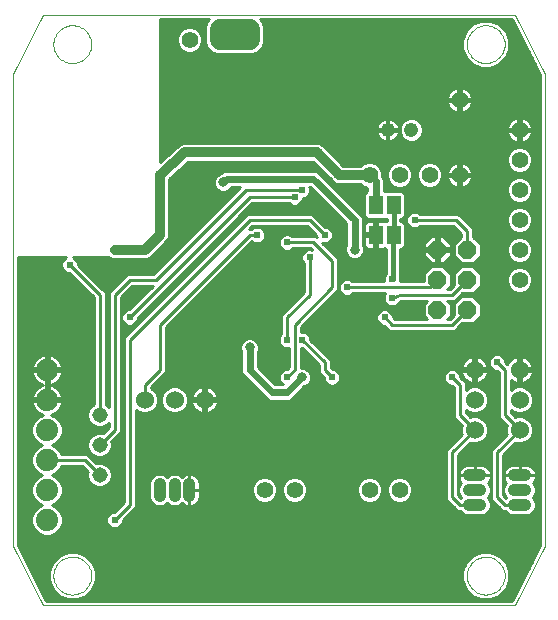
<source format=gbl>
G75*
%MOIN*%
%OFA0B0*%
%FSLAX24Y24*%
%IPPOS*%
%LPD*%
%AMOC8*
5,1,8,0,0,1.08239X$1,22.5*
%
%ADD10C,0.0000*%
%ADD11C,0.0560*%
%ADD12C,0.0554*%
%ADD13OC8,0.0600*%
%ADD14C,0.0600*%
%ADD15C,0.0397*%
%ADD16C,0.0476*%
%ADD17R,0.0460X0.0630*%
%ADD18C,0.0740*%
%ADD19C,0.0515*%
%ADD20C,0.0100*%
%ADD21C,0.0317*%
%ADD22C,0.0240*%
%ADD23C,0.0660*%
%ADD24C,0.0240*%
%ADD25C,0.0320*%
%ADD26C,0.0160*%
D10*
X001510Y000307D02*
X000526Y002276D01*
X000526Y018024D01*
X001510Y019993D01*
X017258Y019993D01*
X018243Y018024D01*
X018243Y002276D01*
X017258Y000307D01*
X001510Y000307D01*
X001864Y001292D02*
X001866Y001342D01*
X001872Y001392D01*
X001882Y001441D01*
X001896Y001489D01*
X001913Y001536D01*
X001934Y001581D01*
X001959Y001625D01*
X001987Y001666D01*
X002019Y001705D01*
X002053Y001742D01*
X002090Y001776D01*
X002130Y001806D01*
X002172Y001833D01*
X002216Y001857D01*
X002262Y001878D01*
X002309Y001894D01*
X002357Y001907D01*
X002407Y001916D01*
X002456Y001921D01*
X002507Y001922D01*
X002557Y001919D01*
X002606Y001912D01*
X002655Y001901D01*
X002703Y001886D01*
X002749Y001868D01*
X002794Y001846D01*
X002837Y001820D01*
X002878Y001791D01*
X002917Y001759D01*
X002953Y001724D01*
X002985Y001686D01*
X003015Y001646D01*
X003042Y001603D01*
X003065Y001559D01*
X003084Y001513D01*
X003100Y001465D01*
X003112Y001416D01*
X003120Y001367D01*
X003124Y001317D01*
X003124Y001267D01*
X003120Y001217D01*
X003112Y001168D01*
X003100Y001119D01*
X003084Y001071D01*
X003065Y001025D01*
X003042Y000981D01*
X003015Y000938D01*
X002985Y000898D01*
X002953Y000860D01*
X002917Y000825D01*
X002878Y000793D01*
X002837Y000764D01*
X002794Y000738D01*
X002749Y000716D01*
X002703Y000698D01*
X002655Y000683D01*
X002606Y000672D01*
X002557Y000665D01*
X002507Y000662D01*
X002456Y000663D01*
X002407Y000668D01*
X002357Y000677D01*
X002309Y000690D01*
X002262Y000706D01*
X002216Y000727D01*
X002172Y000751D01*
X002130Y000778D01*
X002090Y000808D01*
X002053Y000842D01*
X002019Y000879D01*
X001987Y000918D01*
X001959Y000959D01*
X001934Y001003D01*
X001913Y001048D01*
X001896Y001095D01*
X001882Y001143D01*
X001872Y001192D01*
X001866Y001242D01*
X001864Y001292D01*
X015644Y001292D02*
X015646Y001342D01*
X015652Y001392D01*
X015662Y001441D01*
X015676Y001489D01*
X015693Y001536D01*
X015714Y001581D01*
X015739Y001625D01*
X015767Y001666D01*
X015799Y001705D01*
X015833Y001742D01*
X015870Y001776D01*
X015910Y001806D01*
X015952Y001833D01*
X015996Y001857D01*
X016042Y001878D01*
X016089Y001894D01*
X016137Y001907D01*
X016187Y001916D01*
X016236Y001921D01*
X016287Y001922D01*
X016337Y001919D01*
X016386Y001912D01*
X016435Y001901D01*
X016483Y001886D01*
X016529Y001868D01*
X016574Y001846D01*
X016617Y001820D01*
X016658Y001791D01*
X016697Y001759D01*
X016733Y001724D01*
X016765Y001686D01*
X016795Y001646D01*
X016822Y001603D01*
X016845Y001559D01*
X016864Y001513D01*
X016880Y001465D01*
X016892Y001416D01*
X016900Y001367D01*
X016904Y001317D01*
X016904Y001267D01*
X016900Y001217D01*
X016892Y001168D01*
X016880Y001119D01*
X016864Y001071D01*
X016845Y001025D01*
X016822Y000981D01*
X016795Y000938D01*
X016765Y000898D01*
X016733Y000860D01*
X016697Y000825D01*
X016658Y000793D01*
X016617Y000764D01*
X016574Y000738D01*
X016529Y000716D01*
X016483Y000698D01*
X016435Y000683D01*
X016386Y000672D01*
X016337Y000665D01*
X016287Y000662D01*
X016236Y000663D01*
X016187Y000668D01*
X016137Y000677D01*
X016089Y000690D01*
X016042Y000706D01*
X015996Y000727D01*
X015952Y000751D01*
X015910Y000778D01*
X015870Y000808D01*
X015833Y000842D01*
X015799Y000879D01*
X015767Y000918D01*
X015739Y000959D01*
X015714Y001003D01*
X015693Y001048D01*
X015676Y001095D01*
X015662Y001143D01*
X015652Y001192D01*
X015646Y001242D01*
X015644Y001292D01*
X015644Y019008D02*
X015646Y019058D01*
X015652Y019108D01*
X015662Y019157D01*
X015676Y019205D01*
X015693Y019252D01*
X015714Y019297D01*
X015739Y019341D01*
X015767Y019382D01*
X015799Y019421D01*
X015833Y019458D01*
X015870Y019492D01*
X015910Y019522D01*
X015952Y019549D01*
X015996Y019573D01*
X016042Y019594D01*
X016089Y019610D01*
X016137Y019623D01*
X016187Y019632D01*
X016236Y019637D01*
X016287Y019638D01*
X016337Y019635D01*
X016386Y019628D01*
X016435Y019617D01*
X016483Y019602D01*
X016529Y019584D01*
X016574Y019562D01*
X016617Y019536D01*
X016658Y019507D01*
X016697Y019475D01*
X016733Y019440D01*
X016765Y019402D01*
X016795Y019362D01*
X016822Y019319D01*
X016845Y019275D01*
X016864Y019229D01*
X016880Y019181D01*
X016892Y019132D01*
X016900Y019083D01*
X016904Y019033D01*
X016904Y018983D01*
X016900Y018933D01*
X016892Y018884D01*
X016880Y018835D01*
X016864Y018787D01*
X016845Y018741D01*
X016822Y018697D01*
X016795Y018654D01*
X016765Y018614D01*
X016733Y018576D01*
X016697Y018541D01*
X016658Y018509D01*
X016617Y018480D01*
X016574Y018454D01*
X016529Y018432D01*
X016483Y018414D01*
X016435Y018399D01*
X016386Y018388D01*
X016337Y018381D01*
X016287Y018378D01*
X016236Y018379D01*
X016187Y018384D01*
X016137Y018393D01*
X016089Y018406D01*
X016042Y018422D01*
X015996Y018443D01*
X015952Y018467D01*
X015910Y018494D01*
X015870Y018524D01*
X015833Y018558D01*
X015799Y018595D01*
X015767Y018634D01*
X015739Y018675D01*
X015714Y018719D01*
X015693Y018764D01*
X015676Y018811D01*
X015662Y018859D01*
X015652Y018908D01*
X015646Y018958D01*
X015644Y019008D01*
X001864Y019008D02*
X001866Y019058D01*
X001872Y019108D01*
X001882Y019157D01*
X001896Y019205D01*
X001913Y019252D01*
X001934Y019297D01*
X001959Y019341D01*
X001987Y019382D01*
X002019Y019421D01*
X002053Y019458D01*
X002090Y019492D01*
X002130Y019522D01*
X002172Y019549D01*
X002216Y019573D01*
X002262Y019594D01*
X002309Y019610D01*
X002357Y019623D01*
X002407Y019632D01*
X002456Y019637D01*
X002507Y019638D01*
X002557Y019635D01*
X002606Y019628D01*
X002655Y019617D01*
X002703Y019602D01*
X002749Y019584D01*
X002794Y019562D01*
X002837Y019536D01*
X002878Y019507D01*
X002917Y019475D01*
X002953Y019440D01*
X002985Y019402D01*
X003015Y019362D01*
X003042Y019319D01*
X003065Y019275D01*
X003084Y019229D01*
X003100Y019181D01*
X003112Y019132D01*
X003120Y019083D01*
X003124Y019033D01*
X003124Y018983D01*
X003120Y018933D01*
X003112Y018884D01*
X003100Y018835D01*
X003084Y018787D01*
X003065Y018741D01*
X003042Y018697D01*
X003015Y018654D01*
X002985Y018614D01*
X002953Y018576D01*
X002917Y018541D01*
X002878Y018509D01*
X002837Y018480D01*
X002794Y018454D01*
X002749Y018432D01*
X002703Y018414D01*
X002655Y018399D01*
X002606Y018388D01*
X002557Y018381D01*
X002507Y018378D01*
X002456Y018379D01*
X002407Y018384D01*
X002357Y018393D01*
X002309Y018406D01*
X002262Y018422D01*
X002216Y018443D01*
X002172Y018467D01*
X002130Y018494D01*
X002090Y018524D01*
X002053Y018558D01*
X002019Y018595D01*
X001987Y018634D01*
X001959Y018675D01*
X001934Y018719D01*
X001913Y018764D01*
X001896Y018811D01*
X001882Y018859D01*
X001872Y018908D01*
X001866Y018958D01*
X001864Y019008D01*
D11*
X015400Y017150D03*
D12*
X017400Y016150D03*
X017400Y015150D03*
X017400Y014150D03*
X017400Y013150D03*
X017400Y012150D03*
X017400Y011150D03*
X015400Y014650D03*
X014400Y014650D03*
X013400Y014650D03*
X012400Y014650D03*
X008400Y019150D03*
X007400Y019150D03*
X006400Y019150D03*
X008900Y004150D03*
X009900Y004150D03*
X012400Y004150D03*
X013400Y004150D03*
D13*
X014650Y010150D03*
X014650Y011150D03*
X014650Y012150D03*
X015650Y012150D03*
X015650Y011150D03*
X015650Y010150D03*
D14*
X015900Y008150D03*
X015900Y007150D03*
X015900Y006150D03*
X017400Y006150D03*
X017400Y007150D03*
X017400Y008150D03*
X006900Y007150D03*
X005900Y007150D03*
X004900Y007150D03*
D15*
X005400Y004348D02*
X005400Y003952D01*
X005900Y003952D02*
X005900Y004348D01*
X006392Y004348D02*
X006392Y003952D01*
X015702Y004150D02*
X016098Y004150D01*
X016098Y004642D02*
X015702Y004642D01*
X015702Y003650D02*
X016098Y003650D01*
X017202Y003650D02*
X017598Y003650D01*
X017598Y004150D02*
X017202Y004150D01*
X017202Y004642D02*
X017598Y004642D01*
D16*
X013794Y016150D03*
X013006Y016150D03*
D17*
X013200Y013650D03*
X012600Y013650D03*
X012600Y012650D03*
X013200Y012650D03*
D18*
X001650Y008150D03*
X001650Y007150D03*
X001650Y006150D03*
X001650Y005150D03*
X001650Y004150D03*
X001650Y003150D03*
D19*
X003400Y004650D03*
X003400Y005650D03*
X003400Y006650D03*
D20*
X001756Y001037D02*
X001313Y001037D01*
X001264Y001135D02*
X001715Y001135D01*
X001715Y001137D02*
X001833Y000850D01*
X002053Y000631D01*
X002339Y000512D01*
X002650Y000512D01*
X002936Y000631D01*
X003156Y000850D01*
X003274Y001137D01*
X003274Y001447D01*
X003156Y001734D01*
X002936Y001953D01*
X002650Y002072D01*
X002339Y002072D01*
X002053Y001953D01*
X001833Y001734D01*
X001715Y001447D01*
X001715Y001137D01*
X001715Y001234D02*
X001215Y001234D01*
X001166Y001332D02*
X001715Y001332D01*
X001715Y001431D02*
X001116Y001431D01*
X001067Y001529D02*
X001749Y001529D01*
X001789Y001628D02*
X001018Y001628D01*
X000969Y001726D02*
X001830Y001726D01*
X001924Y001825D02*
X000919Y001825D01*
X000870Y001923D02*
X002023Y001923D01*
X002218Y002022D02*
X000821Y002022D01*
X000772Y002120D02*
X017997Y002120D01*
X018046Y002219D02*
X000722Y002219D01*
X000676Y002311D02*
X000676Y011900D01*
X002298Y011900D01*
X002247Y011879D01*
X002171Y011803D01*
X002130Y011704D01*
X002130Y011596D01*
X002171Y011497D01*
X002247Y011421D01*
X002346Y011380D01*
X002387Y011380D01*
X003200Y010567D01*
X003200Y007008D01*
X003169Y006995D01*
X003055Y006881D01*
X002993Y006731D01*
X002993Y006569D01*
X003055Y006419D01*
X003169Y006305D01*
X003319Y006243D01*
X003481Y006243D01*
X003631Y006305D01*
X003700Y006374D01*
X003700Y006233D01*
X003512Y006045D01*
X003481Y006057D01*
X003319Y006057D01*
X003169Y005995D01*
X003055Y005881D01*
X002993Y005731D01*
X002993Y005569D01*
X003055Y005419D01*
X003169Y005305D01*
X003319Y005243D01*
X003481Y005243D01*
X003631Y005305D01*
X003745Y005419D01*
X003807Y005569D01*
X003807Y005731D01*
X003795Y005762D01*
X004100Y006067D01*
X004100Y010567D01*
X004483Y010950D01*
X005167Y010950D01*
X004387Y010170D01*
X004346Y010170D01*
X004247Y010129D01*
X004171Y010053D01*
X004130Y009954D01*
X004130Y009846D01*
X004171Y009747D01*
X004247Y009671D01*
X004346Y009630D01*
X004454Y009630D01*
X004553Y009671D01*
X004629Y009747D01*
X004670Y009846D01*
X004670Y009887D01*
X008483Y013700D01*
X009718Y013700D01*
X009747Y013671D01*
X009846Y013630D01*
X009954Y013630D01*
X010053Y013671D01*
X010129Y013747D01*
X010170Y013846D01*
X010170Y013880D01*
X010204Y013880D01*
X010303Y013921D01*
X010379Y013997D01*
X010420Y014096D01*
X010420Y014204D01*
X010399Y014255D01*
X010413Y014255D01*
X011630Y013038D01*
X011630Y012304D01*
X011592Y012211D01*
X011592Y012089D01*
X011639Y011975D01*
X011725Y011889D01*
X011839Y011842D01*
X011961Y011842D01*
X012075Y011889D01*
X012161Y011975D01*
X012208Y012089D01*
X012208Y012211D01*
X012170Y012304D01*
X012170Y013204D01*
X012129Y013303D01*
X010678Y014754D01*
X010579Y014795D01*
X007596Y014795D01*
X007497Y014754D01*
X007443Y014700D01*
X007350Y014661D01*
X007264Y014575D01*
X007217Y014461D01*
X007217Y014339D01*
X007264Y014225D01*
X007350Y014139D01*
X007464Y014092D01*
X007586Y014092D01*
X007700Y014139D01*
X007786Y014225D01*
X007799Y014255D01*
X008097Y014255D01*
X005192Y011350D01*
X004317Y011350D01*
X004200Y011233D01*
X003700Y010733D01*
X003700Y006926D01*
X003631Y006995D01*
X003600Y007008D01*
X003600Y010733D01*
X003483Y010850D01*
X002670Y011663D01*
X002670Y011704D01*
X002629Y011803D01*
X002553Y011879D01*
X002502Y011900D01*
X003712Y011900D01*
X003724Y011887D01*
X003838Y011840D01*
X004962Y011840D01*
X005076Y011887D01*
X005663Y012474D01*
X005710Y012588D01*
X005710Y014512D01*
X006353Y015090D01*
X010521Y015090D01*
X011136Y014475D01*
X011136Y014474D01*
X011179Y014431D01*
X011223Y014387D01*
X011280Y014364D01*
X011337Y014340D01*
X011337Y014340D01*
X011337Y014340D01*
X011399Y014340D01*
X011460Y014340D01*
X011460Y014340D01*
X012106Y014340D01*
X012158Y014288D01*
X012315Y014223D01*
X012330Y014223D01*
X012330Y014115D01*
X012308Y014115D01*
X012220Y014027D01*
X012220Y013273D01*
X012308Y013185D01*
X012892Y013185D01*
X012900Y013193D01*
X012908Y013185D01*
X012970Y013185D01*
X012970Y013115D01*
X012908Y013115D01*
X012894Y013101D01*
X012888Y013105D01*
X012850Y013115D01*
X012650Y013115D01*
X012650Y012700D01*
X012550Y012700D01*
X012550Y013115D01*
X012350Y013115D01*
X012312Y013105D01*
X012278Y013085D01*
X012250Y013057D01*
X012230Y013023D01*
X012220Y012985D01*
X012220Y012700D01*
X012550Y012700D01*
X012550Y012600D01*
X012650Y012600D01*
X012650Y012185D01*
X012850Y012185D01*
X012888Y012195D01*
X012894Y012199D01*
X012908Y012185D01*
X012948Y012185D01*
X012948Y011357D01*
X012921Y011331D01*
X012880Y011231D01*
X012880Y011124D01*
X012890Y011100D01*
X011832Y011100D01*
X011803Y011129D01*
X011704Y011170D01*
X011596Y011170D01*
X011497Y011129D01*
X011421Y011053D01*
X011380Y010954D01*
X011380Y010846D01*
X011421Y010747D01*
X011497Y010671D01*
X011596Y010630D01*
X011704Y010630D01*
X011803Y010671D01*
X011832Y010700D01*
X012921Y010700D01*
X012880Y010601D01*
X012880Y010494D01*
X012921Y010395D01*
X012997Y010319D01*
X013096Y010278D01*
X013204Y010278D01*
X013303Y010319D01*
X013379Y010395D01*
X013394Y010431D01*
X013439Y010450D01*
X014314Y010450D01*
X014200Y010336D01*
X014200Y009964D01*
X014314Y009850D01*
X013233Y009850D01*
X013170Y009913D01*
X013170Y009954D01*
X013129Y010053D01*
X013053Y010129D01*
X012954Y010170D01*
X012846Y010170D01*
X012747Y010129D01*
X012671Y010053D01*
X012630Y009954D01*
X012630Y009846D01*
X012671Y009747D01*
X012747Y009671D01*
X012846Y009630D01*
X012887Y009630D01*
X013067Y009450D01*
X015233Y009450D01*
X015350Y009567D01*
X015483Y009700D01*
X015836Y009700D01*
X016100Y009964D01*
X016100Y010336D01*
X015836Y010600D01*
X015464Y010600D01*
X015200Y010336D01*
X015200Y009983D01*
X015067Y009850D01*
X014986Y009850D01*
X015100Y009964D01*
X015100Y010336D01*
X014986Y010450D01*
X015233Y010450D01*
X015483Y010700D01*
X015836Y010700D01*
X016100Y010964D01*
X016100Y011336D01*
X015836Y011600D01*
X015464Y011600D01*
X015200Y011336D01*
X015200Y010983D01*
X015067Y010850D01*
X014986Y010850D01*
X015100Y010964D01*
X015100Y011336D01*
X014836Y011600D01*
X014464Y011600D01*
X014200Y011336D01*
X014200Y011100D01*
X013410Y011100D01*
X013420Y011124D01*
X013420Y011231D01*
X013408Y011261D01*
X013408Y012185D01*
X013492Y012185D01*
X013580Y012273D01*
X013580Y013027D01*
X013492Y013115D01*
X013430Y013115D01*
X013430Y013185D01*
X013492Y013185D01*
X013580Y013273D01*
X013580Y014027D01*
X013492Y014115D01*
X012908Y014115D01*
X012900Y014107D01*
X012892Y014115D01*
X012870Y014115D01*
X012870Y014504D01*
X012829Y014603D01*
X012827Y014605D01*
X012827Y014735D01*
X012762Y014892D01*
X012642Y015012D01*
X012485Y015077D01*
X012315Y015077D01*
X012158Y015012D01*
X012106Y014960D01*
X011527Y014960D01*
X010913Y015575D01*
X010913Y015576D01*
X010869Y015619D01*
X010826Y015663D01*
X010826Y015663D01*
X010826Y015663D01*
X010768Y015686D01*
X010712Y015710D01*
X010712Y015710D01*
X010712Y015710D01*
X010649Y015710D01*
X010589Y015710D01*
X010588Y015710D01*
X006243Y015710D01*
X006190Y015713D01*
X006182Y015710D01*
X006173Y015710D01*
X006124Y015690D01*
X006073Y015672D01*
X006067Y015666D01*
X006059Y015663D01*
X006021Y015625D01*
X005400Y015067D01*
X005400Y019843D01*
X007039Y019843D01*
X006993Y019797D01*
X006920Y019620D01*
X006920Y019055D01*
X006993Y018878D01*
X007128Y018743D01*
X007305Y018670D01*
X008495Y018670D01*
X008672Y018743D01*
X008807Y018878D01*
X008880Y019055D01*
X008880Y019620D01*
X008807Y019797D01*
X008761Y019843D01*
X017166Y019843D01*
X018093Y017989D01*
X018093Y002311D01*
X017166Y000457D01*
X001603Y000457D01*
X000676Y002311D01*
X000676Y002317D02*
X018093Y002317D01*
X018093Y002416D02*
X000676Y002416D01*
X000676Y002514D02*
X018093Y002514D01*
X018093Y002613D02*
X000676Y002613D01*
X000676Y002711D02*
X001354Y002711D01*
X001355Y002709D02*
X001547Y002630D01*
X001753Y002630D01*
X001945Y002709D01*
X002091Y002855D01*
X002170Y003047D01*
X002170Y003253D01*
X002091Y003445D01*
X001945Y003591D01*
X001802Y003650D01*
X001945Y003709D01*
X002091Y003855D01*
X002170Y004047D01*
X002170Y004253D01*
X002091Y004445D01*
X001945Y004591D01*
X001802Y004650D01*
X001945Y004709D01*
X002091Y004855D01*
X002130Y004950D01*
X002817Y004950D01*
X003005Y004762D01*
X002993Y004731D01*
X002993Y004569D01*
X003055Y004419D01*
X003169Y004305D01*
X003319Y004243D01*
X003481Y004243D01*
X003631Y004305D01*
X003745Y004419D01*
X003807Y004569D01*
X003807Y004731D01*
X003745Y004881D01*
X003631Y004995D01*
X003481Y005057D01*
X003319Y005057D01*
X003288Y005045D01*
X002983Y005350D01*
X002130Y005350D01*
X002091Y005445D01*
X001945Y005591D01*
X001802Y005650D01*
X001945Y005709D01*
X002091Y005855D01*
X002170Y006047D01*
X002170Y006253D01*
X002091Y006445D01*
X001945Y006591D01*
X001798Y006651D01*
X001850Y006668D01*
X001923Y006705D01*
X001989Y006753D01*
X002047Y006811D01*
X002095Y006877D01*
X002132Y006950D01*
X002157Y007028D01*
X002169Y007100D01*
X001700Y007100D01*
X001700Y007200D01*
X002169Y007200D01*
X002157Y007272D01*
X002132Y007350D01*
X002095Y007423D01*
X002047Y007489D01*
X001989Y007547D01*
X001923Y007595D01*
X001850Y007632D01*
X001794Y007650D01*
X001850Y007668D01*
X001923Y007705D01*
X001989Y007753D01*
X002047Y007811D01*
X002095Y007877D01*
X002132Y007950D01*
X002157Y008028D01*
X002169Y008100D01*
X001700Y008100D01*
X001700Y008200D01*
X002169Y008200D01*
X002157Y008272D01*
X002132Y008350D01*
X002095Y008423D01*
X002047Y008489D01*
X001989Y008547D01*
X001923Y008595D01*
X001850Y008632D01*
X001772Y008657D01*
X001700Y008669D01*
X001700Y008200D01*
X001600Y008200D01*
X001600Y008669D01*
X001528Y008657D01*
X001450Y008632D01*
X001377Y008595D01*
X001311Y008547D01*
X001253Y008489D01*
X001205Y008423D01*
X001168Y008350D01*
X001143Y008272D01*
X001131Y008200D01*
X001600Y008200D01*
X001600Y008100D01*
X001131Y008100D01*
X001143Y008028D01*
X001168Y007950D01*
X001205Y007877D01*
X001253Y007811D01*
X001311Y007753D01*
X001377Y007705D01*
X001450Y007668D01*
X001506Y007650D01*
X001450Y007632D01*
X001377Y007595D01*
X001311Y007547D01*
X001253Y007489D01*
X001205Y007423D01*
X001168Y007350D01*
X001143Y007272D01*
X001131Y007200D01*
X001600Y007200D01*
X001600Y008100D01*
X001700Y008100D01*
X001700Y007631D01*
X001700Y007200D01*
X001600Y007200D01*
X001600Y007100D01*
X001131Y007100D01*
X001143Y007028D01*
X001168Y006950D01*
X001205Y006877D01*
X001253Y006811D01*
X001311Y006753D01*
X001377Y006705D01*
X001450Y006668D01*
X001502Y006651D01*
X001355Y006591D01*
X001209Y006445D01*
X001130Y006253D01*
X001130Y006047D01*
X001209Y005855D01*
X001355Y005709D01*
X001498Y005650D01*
X001355Y005591D01*
X001209Y005445D01*
X001130Y005253D01*
X001130Y005047D01*
X001209Y004855D01*
X001355Y004709D01*
X001498Y004650D01*
X001355Y004591D01*
X001209Y004445D01*
X001130Y004253D01*
X001130Y004047D01*
X001209Y003855D01*
X001355Y003709D01*
X001498Y003650D01*
X001355Y003591D01*
X001209Y003445D01*
X001130Y003253D01*
X001130Y003047D01*
X001209Y002855D01*
X001355Y002709D01*
X001255Y002810D02*
X000676Y002810D01*
X000676Y002908D02*
X001187Y002908D01*
X001147Y003007D02*
X000676Y003007D01*
X000676Y003105D02*
X001130Y003105D01*
X001130Y003204D02*
X000676Y003204D01*
X000676Y003302D02*
X001150Y003302D01*
X001191Y003401D02*
X000676Y003401D01*
X000676Y003499D02*
X001264Y003499D01*
X001372Y003598D02*
X000676Y003598D01*
X000676Y003696D02*
X001387Y003696D01*
X001270Y003795D02*
X000676Y003795D01*
X000676Y003893D02*
X001194Y003893D01*
X001153Y003992D02*
X000676Y003992D01*
X000676Y004090D02*
X001130Y004090D01*
X001130Y004189D02*
X000676Y004189D01*
X000676Y004287D02*
X001144Y004287D01*
X001185Y004386D02*
X000676Y004386D01*
X000676Y004484D02*
X001249Y004484D01*
X001347Y004583D02*
X000676Y004583D01*
X000676Y004681D02*
X001423Y004681D01*
X001285Y004780D02*
X000676Y004780D01*
X000676Y004878D02*
X001200Y004878D01*
X001159Y004977D02*
X000676Y004977D01*
X000676Y005075D02*
X001130Y005075D01*
X001130Y005174D02*
X000676Y005174D01*
X000676Y005272D02*
X001138Y005272D01*
X001178Y005371D02*
X000676Y005371D01*
X000676Y005469D02*
X001234Y005469D01*
X001332Y005568D02*
X000676Y005568D01*
X000676Y005666D02*
X001460Y005666D01*
X001300Y005765D02*
X000676Y005765D01*
X000676Y005863D02*
X001206Y005863D01*
X001165Y005962D02*
X000676Y005962D01*
X000676Y006060D02*
X001130Y006060D01*
X001130Y006159D02*
X000676Y006159D01*
X000676Y006257D02*
X001131Y006257D01*
X001172Y006356D02*
X000676Y006356D01*
X000676Y006454D02*
X001219Y006454D01*
X001317Y006553D02*
X000676Y006553D01*
X000676Y006651D02*
X001501Y006651D01*
X001317Y006750D02*
X000676Y006750D01*
X000676Y006848D02*
X001227Y006848D01*
X001170Y006947D02*
X000676Y006947D01*
X000676Y007045D02*
X001140Y007045D01*
X001138Y007242D02*
X000676Y007242D01*
X000676Y007144D02*
X001600Y007144D01*
X001600Y007242D02*
X001700Y007242D01*
X001700Y007144D02*
X003200Y007144D01*
X003200Y007242D02*
X002162Y007242D01*
X002135Y007341D02*
X003200Y007341D01*
X003200Y007439D02*
X002083Y007439D01*
X001998Y007538D02*
X003200Y007538D01*
X003200Y007636D02*
X001837Y007636D01*
X001700Y007636D02*
X001600Y007636D01*
X001600Y007538D02*
X001700Y007538D01*
X001700Y007439D02*
X001600Y007439D01*
X001600Y007341D02*
X001700Y007341D01*
X001463Y007636D02*
X000676Y007636D01*
X000676Y007538D02*
X001302Y007538D01*
X001217Y007439D02*
X000676Y007439D01*
X000676Y007341D02*
X001165Y007341D01*
X001337Y007735D02*
X000676Y007735D01*
X000676Y007833D02*
X001238Y007833D01*
X001178Y007932D02*
X000676Y007932D01*
X000676Y008030D02*
X001143Y008030D01*
X001136Y008227D02*
X000676Y008227D01*
X000676Y008129D02*
X001600Y008129D01*
X001600Y008227D02*
X001700Y008227D01*
X001700Y008129D02*
X003200Y008129D01*
X003200Y008227D02*
X002164Y008227D01*
X002140Y008326D02*
X003200Y008326D01*
X003200Y008424D02*
X002094Y008424D01*
X002013Y008523D02*
X003200Y008523D01*
X003200Y008621D02*
X001871Y008621D01*
X001700Y008621D02*
X001600Y008621D01*
X001600Y008523D02*
X001700Y008523D01*
X001700Y008424D02*
X001600Y008424D01*
X001600Y008326D02*
X001700Y008326D01*
X001700Y008030D02*
X001600Y008030D01*
X001600Y007932D02*
X001700Y007932D01*
X001700Y007833D02*
X001600Y007833D01*
X001600Y007735D02*
X001700Y007735D01*
X001963Y007735D02*
X003200Y007735D01*
X003200Y007833D02*
X002062Y007833D01*
X002122Y007932D02*
X003200Y007932D01*
X003200Y008030D02*
X002157Y008030D01*
X001429Y008621D02*
X000676Y008621D01*
X000676Y008523D02*
X001287Y008523D01*
X001206Y008424D02*
X000676Y008424D01*
X000676Y008326D02*
X001160Y008326D01*
X000676Y008720D02*
X003200Y008720D01*
X003200Y008818D02*
X000676Y008818D01*
X000676Y008917D02*
X003200Y008917D01*
X003200Y009015D02*
X000676Y009015D01*
X000676Y009114D02*
X003200Y009114D01*
X003200Y009212D02*
X000676Y009212D01*
X000676Y009311D02*
X003200Y009311D01*
X003200Y009409D02*
X000676Y009409D01*
X000676Y009508D02*
X003200Y009508D01*
X003200Y009606D02*
X000676Y009606D01*
X000676Y009705D02*
X003200Y009705D01*
X003200Y009803D02*
X000676Y009803D01*
X000676Y009902D02*
X003200Y009902D01*
X003200Y010000D02*
X000676Y010000D01*
X000676Y010099D02*
X003200Y010099D01*
X003200Y010197D02*
X000676Y010197D01*
X000676Y010296D02*
X003200Y010296D01*
X003200Y010394D02*
X000676Y010394D01*
X000676Y010493D02*
X003200Y010493D01*
X003176Y010591D02*
X000676Y010591D01*
X000676Y010690D02*
X003078Y010690D01*
X002979Y010788D02*
X000676Y010788D01*
X000676Y010887D02*
X002881Y010887D01*
X002782Y010985D02*
X000676Y010985D01*
X000676Y011084D02*
X002684Y011084D01*
X002585Y011182D02*
X000676Y011182D01*
X000676Y011281D02*
X002487Y011281D01*
X002388Y011379D02*
X000676Y011379D01*
X000676Y011478D02*
X002191Y011478D01*
X002138Y011576D02*
X000676Y011576D01*
X000676Y011675D02*
X002130Y011675D01*
X002159Y011773D02*
X000676Y011773D01*
X000676Y011872D02*
X002240Y011872D01*
X002400Y011650D02*
X003400Y010650D01*
X003400Y006650D01*
X003680Y006947D02*
X003700Y006947D01*
X003700Y007045D02*
X003600Y007045D01*
X003600Y007144D02*
X003700Y007144D01*
X003700Y007242D02*
X003600Y007242D01*
X003600Y007341D02*
X003700Y007341D01*
X003700Y007439D02*
X003600Y007439D01*
X003600Y007538D02*
X003700Y007538D01*
X003700Y007636D02*
X003600Y007636D01*
X003600Y007735D02*
X003700Y007735D01*
X003700Y007833D02*
X003600Y007833D01*
X003600Y007932D02*
X003700Y007932D01*
X003700Y008030D02*
X003600Y008030D01*
X003600Y008129D02*
X003700Y008129D01*
X003700Y008227D02*
X003600Y008227D01*
X003600Y008326D02*
X003700Y008326D01*
X003700Y008424D02*
X003600Y008424D01*
X003600Y008523D02*
X003700Y008523D01*
X003700Y008621D02*
X003600Y008621D01*
X003600Y008720D02*
X003700Y008720D01*
X003700Y008818D02*
X003600Y008818D01*
X003600Y008917D02*
X003700Y008917D01*
X003700Y009015D02*
X003600Y009015D01*
X003600Y009114D02*
X003700Y009114D01*
X003700Y009212D02*
X003600Y009212D01*
X003600Y009311D02*
X003700Y009311D01*
X003700Y009409D02*
X003600Y009409D01*
X003600Y009508D02*
X003700Y009508D01*
X003700Y009606D02*
X003600Y009606D01*
X003600Y009705D02*
X003700Y009705D01*
X003700Y009803D02*
X003600Y009803D01*
X003600Y009902D02*
X003700Y009902D01*
X003700Y010000D02*
X003600Y010000D01*
X003600Y010099D02*
X003700Y010099D01*
X003700Y010197D02*
X003600Y010197D01*
X003600Y010296D02*
X003700Y010296D01*
X003700Y010394D02*
X003600Y010394D01*
X003600Y010493D02*
X003700Y010493D01*
X003700Y010591D02*
X003600Y010591D01*
X003600Y010690D02*
X003700Y010690D01*
X003755Y010788D02*
X003545Y010788D01*
X003446Y010887D02*
X003854Y010887D01*
X003952Y010985D02*
X003348Y010985D01*
X003249Y011084D02*
X004051Y011084D01*
X004149Y011182D02*
X003151Y011182D01*
X003052Y011281D02*
X004248Y011281D01*
X004400Y011150D02*
X005275Y011150D01*
X008275Y014150D01*
X010150Y014150D01*
X010322Y013940D02*
X010728Y013940D01*
X010630Y014039D02*
X010396Y014039D01*
X010420Y014137D02*
X010531Y014137D01*
X010433Y014236D02*
X010407Y014236D01*
X010168Y013842D02*
X010827Y013842D01*
X010925Y013743D02*
X010125Y013743D01*
X009989Y013645D02*
X011024Y013645D01*
X011122Y013546D02*
X008329Y013546D01*
X008427Y013645D02*
X009811Y013645D01*
X009900Y013900D02*
X008400Y013900D01*
X004400Y009900D01*
X004149Y010000D02*
X004100Y010000D01*
X004100Y009902D02*
X004130Y009902D01*
X004148Y009803D02*
X004100Y009803D01*
X004100Y009705D02*
X004214Y009705D01*
X004100Y009606D02*
X004573Y009606D01*
X004586Y009705D02*
X004672Y009705D01*
X004652Y009803D02*
X004770Y009803D01*
X004684Y009902D02*
X004869Y009902D01*
X004783Y010000D02*
X004967Y010000D01*
X004881Y010099D02*
X005066Y010099D01*
X004980Y010197D02*
X005164Y010197D01*
X005078Y010296D02*
X005263Y010296D01*
X005177Y010394D02*
X005361Y010394D01*
X005275Y010493D02*
X005460Y010493D01*
X005374Y010591D02*
X005558Y010591D01*
X005472Y010690D02*
X005657Y010690D01*
X005571Y010788D02*
X005755Y010788D01*
X005669Y010887D02*
X005854Y010887D01*
X005768Y010985D02*
X005952Y010985D01*
X005866Y011084D02*
X006051Y011084D01*
X005965Y011182D02*
X006149Y011182D01*
X006063Y011281D02*
X006248Y011281D01*
X006162Y011379D02*
X006346Y011379D01*
X006260Y011478D02*
X006445Y011478D01*
X006359Y011576D02*
X006543Y011576D01*
X006457Y011675D02*
X006642Y011675D01*
X006556Y011773D02*
X006740Y011773D01*
X006654Y011872D02*
X006839Y011872D01*
X006753Y011970D02*
X006937Y011970D01*
X006851Y012069D02*
X007036Y012069D01*
X006950Y012167D02*
X007134Y012167D01*
X007048Y012266D02*
X007233Y012266D01*
X007147Y012364D02*
X007331Y012364D01*
X007245Y012463D02*
X007430Y012463D01*
X007344Y012561D02*
X007528Y012561D01*
X007442Y012660D02*
X007627Y012660D01*
X007541Y012758D02*
X007725Y012758D01*
X007639Y012857D02*
X007824Y012857D01*
X007738Y012955D02*
X007922Y012955D01*
X007836Y013054D02*
X008021Y013054D01*
X007935Y013152D02*
X008119Y013152D01*
X008200Y013233D02*
X004200Y009233D01*
X004200Y003733D01*
X003887Y003420D01*
X003846Y003420D01*
X003747Y003379D01*
X003671Y003303D01*
X003630Y003204D01*
X003630Y003096D01*
X003671Y002997D01*
X003747Y002921D01*
X003846Y002880D01*
X003954Y002880D01*
X004053Y002921D01*
X004129Y002997D01*
X004170Y003096D01*
X004170Y003137D01*
X004600Y003567D01*
X004600Y006814D01*
X004645Y006769D01*
X004810Y006700D01*
X004990Y006700D01*
X005155Y006769D01*
X005281Y006895D01*
X005350Y007060D01*
X005350Y007240D01*
X005281Y007405D01*
X005155Y007531D01*
X005100Y007554D01*
X005100Y007567D01*
X005483Y007950D01*
X005600Y008067D01*
X005600Y009567D01*
X008476Y012443D01*
X008497Y012421D01*
X008596Y012380D01*
X008704Y012380D01*
X008803Y012421D01*
X008879Y012497D01*
X008920Y012596D01*
X008920Y012704D01*
X008879Y012803D01*
X008803Y012879D01*
X008704Y012920D01*
X008596Y012920D01*
X008497Y012879D01*
X008468Y012850D01*
X008383Y012850D01*
X008483Y012950D01*
X010317Y012950D01*
X010630Y012637D01*
X010630Y012596D01*
X010638Y012577D01*
X010615Y012600D01*
X009832Y012600D01*
X009803Y012629D01*
X009704Y012670D01*
X009596Y012670D01*
X009497Y012629D01*
X009421Y012553D01*
X009380Y012454D01*
X009380Y012346D01*
X009421Y012247D01*
X009497Y012171D01*
X009596Y012130D01*
X009704Y012130D01*
X009803Y012171D01*
X009832Y012200D01*
X010449Y012200D01*
X010497Y012152D01*
X010454Y012170D01*
X010346Y012170D01*
X010247Y012129D01*
X010171Y012053D01*
X010130Y011954D01*
X010130Y011846D01*
X010171Y011747D01*
X010200Y011718D01*
X010200Y010733D01*
X009450Y009983D01*
X009450Y009332D01*
X009421Y009303D01*
X009380Y009204D01*
X009380Y009096D01*
X009421Y008997D01*
X009497Y008921D01*
X009596Y008880D01*
X009700Y008880D01*
X009700Y008233D01*
X009637Y008170D01*
X009596Y008170D01*
X009497Y008129D01*
X009421Y008053D01*
X009380Y007954D01*
X009380Y007846D01*
X009421Y007747D01*
X009497Y007671D01*
X009500Y007670D01*
X009262Y007670D01*
X008670Y008262D01*
X008670Y008746D01*
X008708Y008839D01*
X008708Y008961D01*
X008661Y009075D01*
X008575Y009161D01*
X008461Y009208D01*
X008339Y009208D01*
X008225Y009161D01*
X008139Y009075D01*
X008092Y008961D01*
X008092Y008839D01*
X008130Y008746D01*
X008130Y008096D01*
X008171Y007997D01*
X008247Y007921D01*
X008997Y007171D01*
X009096Y007130D01*
X009704Y007130D01*
X009803Y007171D01*
X009879Y007247D01*
X010232Y007600D01*
X010325Y007639D01*
X010411Y007725D01*
X010458Y007839D01*
X010458Y007961D01*
X010411Y008075D01*
X010325Y008161D01*
X010211Y008208D01*
X010100Y008208D01*
X010100Y008880D01*
X010137Y008880D01*
X010700Y008317D01*
X010700Y008067D01*
X010880Y007887D01*
X010880Y007846D01*
X010921Y007747D01*
X010997Y007671D01*
X011096Y007630D01*
X011204Y007630D01*
X011303Y007671D01*
X011379Y007747D01*
X011420Y007846D01*
X011420Y007954D01*
X011379Y008053D01*
X011303Y008129D01*
X011204Y008170D01*
X011163Y008170D01*
X011100Y008233D01*
X011100Y008483D01*
X010983Y008600D01*
X010420Y009163D01*
X010420Y009204D01*
X010379Y009303D01*
X010303Y009379D01*
X010204Y009420D01*
X010100Y009420D01*
X010100Y009567D01*
X011350Y010817D01*
X011350Y011865D01*
X011233Y011982D01*
X010827Y012388D01*
X010846Y012380D01*
X010954Y012380D01*
X011053Y012421D01*
X011129Y012497D01*
X011170Y012596D01*
X011170Y012704D01*
X011129Y012803D01*
X011053Y012879D01*
X010954Y012920D01*
X010913Y012920D01*
X010483Y013350D01*
X008317Y013350D01*
X008200Y013233D01*
X008218Y013251D02*
X008033Y013251D01*
X008132Y013349D02*
X008316Y013349D01*
X008230Y013448D02*
X011221Y013448D01*
X011319Y013349D02*
X010484Y013349D01*
X010582Y013251D02*
X011418Y013251D01*
X011516Y013152D02*
X010681Y013152D01*
X010779Y013054D02*
X011615Y013054D01*
X011630Y012955D02*
X010878Y012955D01*
X011075Y012857D02*
X011630Y012857D01*
X011630Y012758D02*
X011147Y012758D01*
X011170Y012660D02*
X011630Y012660D01*
X011630Y012561D02*
X011155Y012561D01*
X011094Y012463D02*
X011630Y012463D01*
X011630Y012364D02*
X010851Y012364D01*
X010949Y012266D02*
X011614Y012266D01*
X011592Y012167D02*
X011048Y012167D01*
X011146Y012069D02*
X011600Y012069D01*
X011644Y011970D02*
X011245Y011970D01*
X011343Y011872D02*
X011766Y011872D01*
X012034Y011872D02*
X012948Y011872D01*
X012948Y011970D02*
X012156Y011970D01*
X012200Y012069D02*
X012948Y012069D01*
X012948Y012167D02*
X012208Y012167D01*
X012278Y012215D02*
X012312Y012195D01*
X012350Y012185D01*
X012550Y012185D01*
X012550Y012600D01*
X012220Y012600D01*
X012220Y012315D01*
X012230Y012277D01*
X012250Y012243D01*
X012278Y012215D01*
X012237Y012266D02*
X012186Y012266D01*
X012170Y012364D02*
X012220Y012364D01*
X012220Y012463D02*
X012170Y012463D01*
X012170Y012561D02*
X012220Y012561D01*
X012170Y012660D02*
X012550Y012660D01*
X012550Y012758D02*
X012650Y012758D01*
X012650Y012857D02*
X012550Y012857D01*
X012550Y012955D02*
X012650Y012955D01*
X012650Y013054D02*
X012550Y013054D01*
X012248Y013054D02*
X012170Y013054D01*
X012170Y013152D02*
X012970Y013152D01*
X013430Y013152D02*
X013630Y013152D01*
X013630Y013204D02*
X013630Y013096D01*
X013671Y012997D01*
X013747Y012921D01*
X013846Y012880D01*
X013954Y012880D01*
X014053Y012921D01*
X014082Y012950D01*
X015192Y012950D01*
X015450Y012692D01*
X015450Y012586D01*
X015200Y012336D01*
X015200Y011964D01*
X015464Y011700D01*
X015836Y011700D01*
X016100Y011964D01*
X016100Y012336D01*
X015850Y012586D01*
X015850Y012858D01*
X015733Y012975D01*
X015358Y013350D01*
X014082Y013350D01*
X014053Y013379D01*
X013954Y013420D01*
X013846Y013420D01*
X013747Y013379D01*
X013671Y013303D01*
X013630Y013204D01*
X013649Y013251D02*
X013558Y013251D01*
X013580Y013349D02*
X013717Y013349D01*
X013580Y013448D02*
X017093Y013448D01*
X017038Y013392D02*
X016973Y013235D01*
X016973Y013065D01*
X017038Y012908D01*
X017158Y012788D01*
X017315Y012723D01*
X017485Y012723D01*
X017642Y012788D01*
X017762Y012908D01*
X017827Y013065D01*
X017827Y013235D01*
X017762Y013392D01*
X017642Y013512D01*
X017485Y013577D01*
X017315Y013577D01*
X017158Y013512D01*
X017038Y013392D01*
X017020Y013349D02*
X015359Y013349D01*
X015457Y013251D02*
X016979Y013251D01*
X016973Y013152D02*
X015556Y013152D01*
X015654Y013054D02*
X016978Y013054D01*
X017018Y012955D02*
X015753Y012955D01*
X015850Y012857D02*
X017089Y012857D01*
X017230Y012758D02*
X015850Y012758D01*
X015850Y012660D02*
X018093Y012660D01*
X018093Y012758D02*
X017570Y012758D01*
X017711Y012857D02*
X018093Y012857D01*
X018093Y012955D02*
X017782Y012955D01*
X017822Y013054D02*
X018093Y013054D01*
X018093Y013152D02*
X017827Y013152D01*
X017821Y013251D02*
X018093Y013251D01*
X018093Y013349D02*
X017780Y013349D01*
X017707Y013448D02*
X018093Y013448D01*
X018093Y013546D02*
X017560Y013546D01*
X017485Y013723D02*
X017315Y013723D01*
X017158Y013788D01*
X017038Y013908D01*
X016973Y014065D01*
X016973Y014235D01*
X017038Y014392D01*
X017158Y014512D01*
X017315Y014577D01*
X017485Y014577D01*
X017642Y014512D01*
X017762Y014392D01*
X017827Y014235D01*
X017827Y014065D01*
X017762Y013908D01*
X017642Y013788D01*
X017485Y013723D01*
X017534Y013743D02*
X018093Y013743D01*
X018093Y013645D02*
X013580Y013645D01*
X013580Y013743D02*
X017266Y013743D01*
X017104Y013842D02*
X013580Y013842D01*
X013580Y013940D02*
X017025Y013940D01*
X016984Y014039D02*
X013569Y014039D01*
X013485Y014223D02*
X013642Y014288D01*
X013762Y014408D01*
X013827Y014565D01*
X013827Y014735D01*
X013762Y014892D01*
X013642Y015012D01*
X013485Y015077D01*
X013315Y015077D01*
X013158Y015012D01*
X013038Y014892D01*
X012973Y014735D01*
X012973Y014565D01*
X013038Y014408D01*
X013158Y014288D01*
X013315Y014223D01*
X013485Y014223D01*
X013516Y014236D02*
X014284Y014236D01*
X014315Y014223D02*
X014158Y014288D01*
X014038Y014408D01*
X013973Y014565D01*
X013973Y014735D01*
X014038Y014892D01*
X014158Y015012D01*
X014315Y015077D01*
X014485Y015077D01*
X014642Y015012D01*
X014762Y014892D01*
X014827Y014735D01*
X014827Y014565D01*
X014762Y014408D01*
X014642Y014288D01*
X014485Y014223D01*
X014315Y014223D01*
X014516Y014236D02*
X015293Y014236D01*
X015300Y014233D02*
X015361Y014224D01*
X015361Y014611D01*
X015439Y014611D01*
X015439Y014689D01*
X015826Y014689D01*
X015817Y014750D01*
X015796Y014814D01*
X015765Y014874D01*
X015726Y014928D01*
X015678Y014976D01*
X015624Y015015D01*
X015564Y015046D01*
X015500Y015067D01*
X015439Y015076D01*
X015439Y014689D01*
X015361Y014689D01*
X015361Y015076D01*
X015300Y015067D01*
X015236Y015046D01*
X015176Y015015D01*
X015122Y014976D01*
X015074Y014928D01*
X015035Y014874D01*
X015004Y014814D01*
X014983Y014750D01*
X014974Y014689D01*
X015361Y014689D01*
X015361Y014611D01*
X014974Y014611D01*
X014983Y014550D01*
X015004Y014486D01*
X015035Y014426D01*
X015074Y014372D01*
X015122Y014324D01*
X015176Y014285D01*
X015236Y014254D01*
X015300Y014233D01*
X015361Y014236D02*
X015439Y014236D01*
X015439Y014224D02*
X015500Y014233D01*
X015564Y014254D01*
X015624Y014285D01*
X015678Y014324D01*
X015726Y014372D01*
X015765Y014426D01*
X015796Y014486D01*
X015817Y014550D01*
X015826Y014611D01*
X015439Y014611D01*
X015439Y014224D01*
X015507Y014236D02*
X016973Y014236D01*
X016973Y014137D02*
X012870Y014137D01*
X012870Y014236D02*
X013284Y014236D01*
X013112Y014334D02*
X012870Y014334D01*
X012870Y014433D02*
X013028Y014433D01*
X012987Y014531D02*
X012859Y014531D01*
X012827Y014630D02*
X012973Y014630D01*
X012973Y014728D02*
X012827Y014728D01*
X012789Y014827D02*
X013011Y014827D01*
X013071Y014925D02*
X012729Y014925D01*
X012614Y015024D02*
X013186Y015024D01*
X013614Y015024D02*
X014186Y015024D01*
X014071Y014925D02*
X013729Y014925D01*
X013789Y014827D02*
X014011Y014827D01*
X013973Y014728D02*
X013827Y014728D01*
X013827Y014630D02*
X013973Y014630D01*
X013987Y014531D02*
X013813Y014531D01*
X013772Y014433D02*
X014028Y014433D01*
X014112Y014334D02*
X013688Y014334D01*
X013580Y013546D02*
X017240Y013546D01*
X017696Y013842D02*
X018093Y013842D01*
X018093Y013940D02*
X017775Y013940D01*
X017816Y014039D02*
X018093Y014039D01*
X018093Y014137D02*
X017827Y014137D01*
X017827Y014236D02*
X018093Y014236D01*
X018093Y014334D02*
X017786Y014334D01*
X017722Y014433D02*
X018093Y014433D01*
X018093Y014531D02*
X017596Y014531D01*
X017498Y014728D02*
X018093Y014728D01*
X018093Y014630D02*
X015439Y014630D01*
X015361Y014630D02*
X014827Y014630D01*
X014827Y014728D02*
X014980Y014728D01*
X015011Y014827D02*
X014789Y014827D01*
X014729Y014925D02*
X015072Y014925D01*
X015192Y015024D02*
X014614Y015024D01*
X014813Y014531D02*
X014990Y014531D01*
X015031Y014433D02*
X014772Y014433D01*
X014688Y014334D02*
X015112Y014334D01*
X015361Y014334D02*
X015439Y014334D01*
X015439Y014433D02*
X015361Y014433D01*
X015361Y014531D02*
X015439Y014531D01*
X015439Y014728D02*
X015361Y014728D01*
X015361Y014827D02*
X015439Y014827D01*
X015439Y014925D02*
X015361Y014925D01*
X015361Y015024D02*
X015439Y015024D01*
X015608Y015024D02*
X016990Y015024D01*
X016973Y015065D02*
X017038Y014908D01*
X017158Y014788D01*
X017315Y014723D01*
X017485Y014723D01*
X017642Y014788D01*
X017762Y014908D01*
X017827Y015065D01*
X017827Y015235D01*
X017762Y015392D01*
X017642Y015512D01*
X017485Y015577D01*
X017315Y015577D01*
X017158Y015512D01*
X017038Y015392D01*
X016973Y015235D01*
X016973Y015065D01*
X016973Y015122D02*
X011366Y015122D01*
X011464Y015024D02*
X012186Y015024D01*
X012112Y014334D02*
X011098Y014334D01*
X011178Y014433D02*
X010999Y014433D01*
X011080Y014531D02*
X010901Y014531D01*
X010981Y014630D02*
X010802Y014630D01*
X010883Y014728D02*
X010704Y014728D01*
X010784Y014827D02*
X006060Y014827D01*
X006170Y014925D02*
X010686Y014925D01*
X010588Y015024D02*
X006279Y015024D01*
X005951Y014728D02*
X007471Y014728D01*
X007318Y014630D02*
X005841Y014630D01*
X005731Y014531D02*
X007245Y014531D01*
X007217Y014433D02*
X005710Y014433D01*
X005710Y014334D02*
X007218Y014334D01*
X007259Y014236D02*
X005710Y014236D01*
X005710Y014137D02*
X007354Y014137D01*
X007696Y014137D02*
X007979Y014137D01*
X007881Y014039D02*
X005710Y014039D01*
X005710Y013940D02*
X007782Y013940D01*
X007684Y013842D02*
X005710Y013842D01*
X005710Y013743D02*
X007585Y013743D01*
X007487Y013645D02*
X005710Y013645D01*
X005710Y013546D02*
X007388Y013546D01*
X007290Y013448D02*
X005710Y013448D01*
X005710Y013349D02*
X007191Y013349D01*
X007093Y013251D02*
X005710Y013251D01*
X005710Y013152D02*
X006994Y013152D01*
X006896Y013054D02*
X005710Y013054D01*
X005710Y012955D02*
X006797Y012955D01*
X006699Y012857D02*
X005710Y012857D01*
X005710Y012758D02*
X006600Y012758D01*
X006502Y012660D02*
X005710Y012660D01*
X005699Y012561D02*
X006403Y012561D01*
X006305Y012463D02*
X005651Y012463D01*
X005552Y012364D02*
X006206Y012364D01*
X006108Y012266D02*
X005454Y012266D01*
X005355Y012167D02*
X006009Y012167D01*
X005911Y012069D02*
X005257Y012069D01*
X005158Y011970D02*
X005812Y011970D01*
X005714Y011872D02*
X005038Y011872D01*
X005418Y011576D02*
X002757Y011576D01*
X002670Y011675D02*
X005517Y011675D01*
X005615Y011773D02*
X002641Y011773D01*
X002560Y011872D02*
X003762Y011872D01*
X004400Y011150D02*
X003900Y010650D01*
X003900Y006150D01*
X003400Y005650D01*
X003697Y005371D02*
X004200Y005371D01*
X004200Y005469D02*
X003766Y005469D01*
X003807Y005568D02*
X004200Y005568D01*
X004200Y005666D02*
X003807Y005666D01*
X003797Y005765D02*
X004200Y005765D01*
X004200Y005863D02*
X003896Y005863D01*
X003994Y005962D02*
X004200Y005962D01*
X004200Y006060D02*
X004093Y006060D01*
X004100Y006159D02*
X004200Y006159D01*
X004200Y006257D02*
X004100Y006257D01*
X004100Y006356D02*
X004200Y006356D01*
X004200Y006454D02*
X004100Y006454D01*
X004100Y006553D02*
X004200Y006553D01*
X004200Y006651D02*
X004100Y006651D01*
X004100Y006750D02*
X004200Y006750D01*
X004200Y006848D02*
X004100Y006848D01*
X004100Y006947D02*
X004200Y006947D01*
X004200Y007045D02*
X004100Y007045D01*
X004100Y007144D02*
X004200Y007144D01*
X004200Y007242D02*
X004100Y007242D01*
X004100Y007341D02*
X004200Y007341D01*
X004200Y007439D02*
X004100Y007439D01*
X004100Y007538D02*
X004200Y007538D01*
X004200Y007636D02*
X004100Y007636D01*
X004100Y007735D02*
X004200Y007735D01*
X004200Y007833D02*
X004100Y007833D01*
X004100Y007932D02*
X004200Y007932D01*
X004200Y008030D02*
X004100Y008030D01*
X004100Y008129D02*
X004200Y008129D01*
X004200Y008227D02*
X004100Y008227D01*
X004100Y008326D02*
X004200Y008326D01*
X004200Y008424D02*
X004100Y008424D01*
X004100Y008523D02*
X004200Y008523D01*
X004200Y008621D02*
X004100Y008621D01*
X004100Y008720D02*
X004200Y008720D01*
X004200Y008818D02*
X004100Y008818D01*
X004100Y008917D02*
X004200Y008917D01*
X004200Y009015D02*
X004100Y009015D01*
X004100Y009114D02*
X004200Y009114D01*
X004200Y009212D02*
X004100Y009212D01*
X004100Y009311D02*
X004278Y009311D01*
X004376Y009409D02*
X004100Y009409D01*
X004100Y009508D02*
X004475Y009508D01*
X004400Y009150D02*
X008400Y013150D01*
X010400Y013150D01*
X010900Y012650D01*
X010608Y012660D02*
X009729Y012660D01*
X009571Y012660D02*
X008920Y012660D01*
X008905Y012561D02*
X009429Y012561D01*
X009384Y012463D02*
X008844Y012463D01*
X008650Y012650D02*
X008400Y012650D01*
X005400Y009650D01*
X005400Y008150D01*
X004900Y007650D01*
X004900Y007150D01*
X005234Y006848D02*
X005566Y006848D01*
X005519Y006895D02*
X005645Y006769D01*
X005810Y006700D01*
X005990Y006700D01*
X006155Y006769D01*
X006281Y006895D01*
X006350Y007060D01*
X006350Y007240D01*
X006281Y007405D01*
X006155Y007531D01*
X005990Y007600D01*
X005810Y007600D01*
X005645Y007531D01*
X005519Y007405D01*
X005450Y007240D01*
X005450Y007060D01*
X005519Y006895D01*
X005497Y006947D02*
X005303Y006947D01*
X005344Y007045D02*
X005456Y007045D01*
X005450Y007144D02*
X005350Y007144D01*
X005349Y007242D02*
X005451Y007242D01*
X005492Y007341D02*
X005308Y007341D01*
X005247Y007439D02*
X005553Y007439D01*
X005660Y007538D02*
X005140Y007538D01*
X005169Y007636D02*
X008532Y007636D01*
X008434Y007735D02*
X005267Y007735D01*
X005366Y007833D02*
X008335Y007833D01*
X008237Y007932D02*
X005464Y007932D01*
X005563Y008030D02*
X008157Y008030D01*
X008130Y008129D02*
X005600Y008129D01*
X005600Y008227D02*
X008130Y008227D01*
X008130Y008326D02*
X005600Y008326D01*
X005600Y008424D02*
X008130Y008424D01*
X008130Y008523D02*
X005600Y008523D01*
X005600Y008621D02*
X008130Y008621D01*
X008130Y008720D02*
X005600Y008720D01*
X005600Y008818D02*
X008100Y008818D01*
X008092Y008917D02*
X005600Y008917D01*
X005600Y009015D02*
X008114Y009015D01*
X008177Y009114D02*
X005600Y009114D01*
X005600Y009212D02*
X009383Y009212D01*
X009380Y009114D02*
X008623Y009114D01*
X008686Y009015D02*
X009414Y009015D01*
X009508Y008917D02*
X008708Y008917D01*
X008700Y008818D02*
X009700Y008818D01*
X009700Y008720D02*
X008670Y008720D01*
X008670Y008621D02*
X009700Y008621D01*
X009700Y008523D02*
X008670Y008523D01*
X008670Y008424D02*
X009700Y008424D01*
X009700Y008326D02*
X008670Y008326D01*
X008705Y008227D02*
X009694Y008227D01*
X009900Y008150D02*
X009650Y007900D01*
X009412Y008030D02*
X008902Y008030D01*
X009000Y007932D02*
X009380Y007932D01*
X009385Y007833D02*
X009099Y007833D01*
X009197Y007735D02*
X009434Y007735D01*
X009497Y008129D02*
X008803Y008129D01*
X008631Y007538D02*
X007131Y007538D01*
X007136Y007535D02*
X007073Y007567D01*
X007005Y007589D01*
X006950Y007598D01*
X006950Y007200D01*
X006850Y007200D01*
X006850Y007598D01*
X006795Y007589D01*
X006727Y007567D01*
X006664Y007535D01*
X006607Y007493D01*
X006557Y007443D01*
X006515Y007386D01*
X006483Y007323D01*
X006461Y007255D01*
X006452Y007200D01*
X006850Y007200D01*
X006850Y007100D01*
X006452Y007100D01*
X006461Y007045D01*
X006344Y007045D01*
X006350Y007144D02*
X006850Y007144D01*
X006850Y007100D02*
X006950Y007100D01*
X006950Y007200D01*
X007348Y007200D01*
X007339Y007255D01*
X007317Y007323D01*
X007285Y007386D01*
X007243Y007443D01*
X007193Y007493D01*
X007136Y007535D01*
X007246Y007439D02*
X008729Y007439D01*
X008828Y007341D02*
X007308Y007341D01*
X007341Y007242D02*
X008926Y007242D01*
X009064Y007144D02*
X006950Y007144D01*
X006950Y007100D02*
X007348Y007100D01*
X007339Y007045D01*
X015200Y007045D01*
X015200Y006947D02*
X007301Y006947D01*
X007317Y006977D02*
X007339Y007045D01*
X007317Y006977D02*
X007285Y006914D01*
X007243Y006857D01*
X007193Y006807D01*
X007136Y006765D01*
X007073Y006733D01*
X007005Y006711D01*
X006950Y006702D01*
X006950Y007100D01*
X006950Y007045D02*
X006850Y007045D01*
X006850Y007100D02*
X006850Y006702D01*
X006795Y006711D01*
X006727Y006733D01*
X006664Y006765D01*
X006607Y006807D01*
X006557Y006857D01*
X006515Y006914D01*
X006483Y006977D01*
X006461Y007045D01*
X006499Y006947D02*
X006303Y006947D01*
X006234Y006848D02*
X006566Y006848D01*
X006695Y006750D02*
X006109Y006750D01*
X005691Y006750D02*
X005109Y006750D01*
X004691Y006750D02*
X004600Y006750D01*
X004600Y006651D02*
X015200Y006651D01*
X015200Y006567D02*
X015473Y006294D01*
X015450Y006240D01*
X015450Y006060D01*
X004600Y006060D01*
X004600Y005962D02*
X015429Y005962D01*
X015473Y006006D02*
X015067Y005600D01*
X014950Y005483D01*
X014950Y003817D01*
X015200Y003567D01*
X015317Y003450D01*
X015409Y003450D01*
X015504Y003355D01*
X015632Y003302D01*
X016168Y003302D01*
X016296Y003355D01*
X016394Y003453D01*
X016447Y003581D01*
X016447Y003719D01*
X016394Y003847D01*
X016341Y003900D01*
X016394Y003953D01*
X016447Y004081D01*
X016447Y004219D01*
X016394Y004347D01*
X016345Y004396D01*
X016369Y004420D01*
X016407Y004477D01*
X016433Y004540D01*
X016447Y004608D01*
X016447Y004642D01*
X015900Y004642D01*
X015353Y004642D01*
X015353Y004608D01*
X015367Y004540D01*
X015393Y004477D01*
X015431Y004420D01*
X015455Y004396D01*
X015406Y004347D01*
X015353Y004219D01*
X015353Y004081D01*
X015406Y003953D01*
X015459Y003900D01*
X015446Y003887D01*
X015350Y003983D01*
X015350Y005317D01*
X015756Y005723D01*
X015810Y005700D01*
X015990Y005700D01*
X016155Y005769D01*
X016281Y005895D01*
X016350Y006060D01*
X016950Y006060D01*
X016973Y006006D01*
X016567Y005600D01*
X016450Y005483D01*
X016450Y003817D01*
X016700Y003567D01*
X016817Y003450D01*
X016909Y003450D01*
X017004Y003355D01*
X017132Y003302D01*
X017668Y003302D01*
X017796Y003355D01*
X017894Y003453D01*
X017947Y003581D01*
X017947Y003719D01*
X017894Y003847D01*
X017841Y003900D01*
X017894Y003953D01*
X017947Y004081D01*
X017947Y004219D01*
X017894Y004347D01*
X017845Y004396D01*
X017869Y004420D01*
X017907Y004477D01*
X017933Y004540D01*
X017947Y004608D01*
X017947Y004642D01*
X017400Y004642D01*
X016853Y004642D01*
X016853Y004608D01*
X016867Y004540D01*
X016893Y004477D01*
X016931Y004420D01*
X016955Y004396D01*
X016906Y004347D01*
X016853Y004219D01*
X016853Y004081D01*
X016906Y003953D01*
X016959Y003900D01*
X016946Y003887D01*
X016850Y003983D01*
X016850Y005317D01*
X017256Y005723D01*
X017310Y005700D01*
X017490Y005700D01*
X017655Y005769D01*
X017781Y005895D01*
X017850Y006060D01*
X018093Y006060D01*
X018093Y005962D02*
X017809Y005962D01*
X017850Y006060D02*
X017850Y006240D01*
X017781Y006405D01*
X017655Y006531D01*
X017490Y006600D01*
X017310Y006600D01*
X017256Y006577D01*
X017100Y006733D01*
X017100Y006814D01*
X017145Y006769D01*
X017310Y006700D01*
X017490Y006700D01*
X017655Y006769D01*
X017781Y006895D01*
X017850Y007060D01*
X017850Y007240D01*
X017781Y007405D01*
X017655Y007531D01*
X017490Y007600D01*
X017310Y007600D01*
X017145Y007531D01*
X017100Y007486D01*
X017100Y007814D01*
X017107Y007807D01*
X017164Y007765D01*
X017227Y007733D01*
X017295Y007711D01*
X017350Y007702D01*
X017350Y008100D01*
X017450Y008100D01*
X017450Y008200D01*
X017350Y008200D01*
X017350Y008598D01*
X017295Y008589D01*
X017227Y008567D01*
X017164Y008535D01*
X017107Y008493D01*
X017057Y008443D01*
X017015Y008386D01*
X016992Y008341D01*
X016983Y008350D01*
X016920Y008413D01*
X016920Y008454D01*
X016879Y008553D01*
X016803Y008629D01*
X016704Y008670D01*
X016596Y008670D01*
X016497Y008629D01*
X016421Y008553D01*
X016380Y008454D01*
X016380Y008346D01*
X016421Y008247D01*
X016497Y008171D01*
X016596Y008130D01*
X016637Y008130D01*
X016700Y008067D01*
X016700Y006567D01*
X016973Y006294D01*
X016950Y006240D01*
X016950Y006060D01*
X016950Y006159D02*
X016350Y006159D01*
X016350Y006240D02*
X016350Y006060D01*
X016309Y005962D02*
X016929Y005962D01*
X016830Y005863D02*
X016249Y005863D01*
X016145Y005765D02*
X016732Y005765D01*
X016633Y005666D02*
X015699Y005666D01*
X015600Y005568D02*
X016535Y005568D01*
X016450Y005469D02*
X015502Y005469D01*
X015403Y005371D02*
X016450Y005371D01*
X016450Y005272D02*
X015350Y005272D01*
X015350Y005174D02*
X016450Y005174D01*
X016450Y005075D02*
X015350Y005075D01*
X015350Y004977D02*
X015598Y004977D01*
X015600Y004977D02*
X015537Y004951D01*
X015479Y004913D01*
X015431Y004864D01*
X015393Y004807D01*
X015367Y004744D01*
X015353Y004676D01*
X015353Y004642D01*
X015900Y004642D01*
X015900Y004642D01*
X015900Y004642D01*
X016447Y004642D01*
X016447Y004676D01*
X016433Y004744D01*
X016407Y004807D01*
X016369Y004864D01*
X016321Y004913D01*
X016263Y004951D01*
X016200Y004977D01*
X016133Y004991D01*
X015900Y004991D01*
X015667Y004991D01*
X015600Y004977D01*
X015445Y004878D02*
X015350Y004878D01*
X015350Y004780D02*
X015381Y004780D01*
X015354Y004681D02*
X015350Y004681D01*
X015350Y004583D02*
X015358Y004583D01*
X015350Y004484D02*
X015390Y004484D01*
X015350Y004386D02*
X015444Y004386D01*
X015381Y004287D02*
X015350Y004287D01*
X015350Y004189D02*
X015353Y004189D01*
X015350Y004090D02*
X015353Y004090D01*
X015350Y003992D02*
X015390Y003992D01*
X015440Y003893D02*
X015452Y003893D01*
X015400Y003650D02*
X015900Y003650D01*
X015631Y003302D02*
X004335Y003302D01*
X004433Y003401D02*
X015458Y003401D01*
X015268Y003499D02*
X004532Y003499D01*
X004600Y003598D02*
X015170Y003598D01*
X015071Y003696D02*
X006629Y003696D01*
X006614Y003681D02*
X006663Y003729D01*
X006701Y003787D01*
X006727Y003850D01*
X006741Y003917D01*
X006741Y004150D01*
X006741Y004383D01*
X006727Y004450D01*
X006701Y004513D01*
X006663Y004571D01*
X006614Y004619D01*
X006557Y004657D01*
X006494Y004683D01*
X006426Y004697D01*
X006392Y004697D01*
X006358Y004697D01*
X006290Y004683D01*
X006227Y004657D01*
X006170Y004619D01*
X006146Y004595D01*
X006097Y004644D01*
X005969Y004697D01*
X005831Y004697D01*
X005703Y004644D01*
X005650Y004591D01*
X005597Y004644D01*
X005469Y004697D01*
X005331Y004697D01*
X005203Y004644D01*
X005105Y004546D01*
X005052Y004418D01*
X005052Y003882D01*
X005105Y003754D01*
X005203Y003656D01*
X005331Y003603D01*
X005469Y003603D01*
X005597Y003656D01*
X005650Y003709D01*
X005703Y003656D01*
X005831Y003603D01*
X005969Y003603D01*
X006097Y003656D01*
X006146Y003705D01*
X006170Y003681D01*
X006227Y003643D01*
X006290Y003617D01*
X006358Y003603D01*
X006392Y003603D01*
X006392Y004150D01*
X006392Y004697D01*
X006392Y004150D01*
X006392Y004150D01*
X006392Y004150D01*
X006392Y003603D01*
X006426Y003603D01*
X006494Y003617D01*
X006557Y003643D01*
X006614Y003681D01*
X006704Y003795D02*
X008651Y003795D01*
X008658Y003788D02*
X008815Y003723D01*
X008985Y003723D01*
X009142Y003788D01*
X009262Y003908D01*
X009327Y004065D01*
X009327Y004235D01*
X009262Y004392D01*
X009142Y004512D01*
X008985Y004577D01*
X008815Y004577D01*
X008658Y004512D01*
X008538Y004392D01*
X008473Y004235D01*
X008473Y004065D01*
X008538Y003908D01*
X008658Y003788D01*
X008553Y003893D02*
X006736Y003893D01*
X006741Y003992D02*
X008503Y003992D01*
X008473Y004090D02*
X006741Y004090D01*
X006741Y004150D02*
X006392Y004150D01*
X006741Y004150D01*
X006741Y004189D02*
X008473Y004189D01*
X008494Y004287D02*
X006741Y004287D01*
X006740Y004386D02*
X008535Y004386D01*
X008630Y004484D02*
X006713Y004484D01*
X006651Y004583D02*
X014950Y004583D01*
X014950Y004681D02*
X006500Y004681D01*
X006392Y004681D02*
X006392Y004681D01*
X006392Y004583D02*
X006392Y004583D01*
X006392Y004484D02*
X006392Y004484D01*
X006392Y004386D02*
X006392Y004386D01*
X006392Y004287D02*
X006392Y004287D01*
X006392Y004189D02*
X006392Y004189D01*
X006392Y004150D02*
X006392Y004150D01*
X006392Y004090D02*
X006392Y004090D01*
X006392Y003992D02*
X006392Y003992D01*
X006392Y003893D02*
X006392Y003893D01*
X006392Y003795D02*
X006392Y003795D01*
X006392Y003696D02*
X006392Y003696D01*
X006155Y003696D02*
X006137Y003696D01*
X005663Y003696D02*
X005637Y003696D01*
X005163Y003696D02*
X004600Y003696D01*
X004600Y003795D02*
X005088Y003795D01*
X005052Y003893D02*
X004600Y003893D01*
X004600Y003992D02*
X005052Y003992D01*
X005052Y004090D02*
X004600Y004090D01*
X004600Y004189D02*
X005052Y004189D01*
X005052Y004287D02*
X004600Y004287D01*
X004600Y004386D02*
X005052Y004386D01*
X005079Y004484D02*
X004600Y004484D01*
X004600Y004583D02*
X005141Y004583D01*
X005292Y004681D02*
X004600Y004681D01*
X004600Y004780D02*
X014950Y004780D01*
X014950Y004878D02*
X004600Y004878D01*
X004600Y004977D02*
X014950Y004977D01*
X014950Y005075D02*
X004600Y005075D01*
X004600Y005174D02*
X014950Y005174D01*
X014950Y005272D02*
X004600Y005272D01*
X004600Y005371D02*
X014950Y005371D01*
X014950Y005469D02*
X004600Y005469D01*
X004600Y005568D02*
X015035Y005568D01*
X015067Y005600D02*
X015067Y005600D01*
X015133Y005666D02*
X004600Y005666D01*
X004600Y005765D02*
X015232Y005765D01*
X015330Y005863D02*
X004600Y005863D01*
X004600Y006159D02*
X015450Y006159D01*
X015457Y006257D02*
X004600Y006257D01*
X004600Y006356D02*
X015412Y006356D01*
X015313Y006454D02*
X004600Y006454D01*
X004600Y006553D02*
X015215Y006553D01*
X015200Y006567D02*
X015200Y007567D01*
X015137Y007630D01*
X015096Y007630D01*
X014997Y007671D01*
X014921Y007747D01*
X014880Y007846D01*
X014880Y007954D01*
X014921Y008053D01*
X014997Y008129D01*
X015096Y008170D01*
X015204Y008170D01*
X015303Y008129D01*
X015379Y008053D01*
X015420Y007954D01*
X015420Y007913D01*
X015483Y007850D01*
X015600Y007733D01*
X015600Y007486D01*
X015645Y007531D01*
X015810Y007600D01*
X015990Y007600D01*
X016155Y007531D01*
X016281Y007405D01*
X016350Y007240D01*
X016350Y007060D01*
X016281Y006895D01*
X016155Y006769D01*
X015990Y006700D01*
X015810Y006700D01*
X015645Y006769D01*
X015600Y006814D01*
X015600Y006733D01*
X015756Y006577D01*
X015810Y006600D01*
X015990Y006600D01*
X016155Y006531D01*
X016281Y006405D01*
X016350Y006240D01*
X016343Y006257D02*
X016957Y006257D01*
X016912Y006356D02*
X016302Y006356D01*
X016232Y006454D02*
X016813Y006454D01*
X016715Y006553D02*
X016104Y006553D01*
X016109Y006750D02*
X016700Y006750D01*
X016700Y006848D02*
X016234Y006848D01*
X016303Y006947D02*
X016700Y006947D01*
X016700Y007045D02*
X016344Y007045D01*
X016350Y007144D02*
X016700Y007144D01*
X016700Y007242D02*
X016349Y007242D01*
X016308Y007341D02*
X016700Y007341D01*
X016700Y007439D02*
X016247Y007439D01*
X016140Y007538D02*
X016700Y007538D01*
X016700Y007636D02*
X015600Y007636D01*
X015600Y007538D02*
X015660Y007538D01*
X015598Y007735D02*
X015724Y007735D01*
X015727Y007733D02*
X015795Y007711D01*
X015850Y007702D01*
X015850Y008100D01*
X015950Y008100D01*
X015950Y008200D01*
X016348Y008200D01*
X016339Y008255D01*
X016317Y008323D01*
X016285Y008386D01*
X016243Y008443D01*
X016193Y008493D01*
X016136Y008535D01*
X016073Y008567D01*
X016005Y008589D01*
X015950Y008598D01*
X015950Y008200D01*
X015850Y008200D01*
X015850Y008598D01*
X015795Y008589D01*
X015727Y008567D01*
X015664Y008535D01*
X015607Y008493D01*
X015557Y008443D01*
X015515Y008386D01*
X015483Y008323D01*
X015461Y008255D01*
X015452Y008200D01*
X015850Y008200D01*
X015850Y008100D01*
X015452Y008100D01*
X015461Y008045D01*
X015483Y007977D01*
X015515Y007914D01*
X015557Y007857D01*
X015607Y007807D01*
X015664Y007765D01*
X015727Y007733D01*
X015850Y007735D02*
X015950Y007735D01*
X015950Y007702D02*
X016005Y007711D01*
X016073Y007733D01*
X016136Y007765D01*
X016193Y007807D01*
X016243Y007857D01*
X016285Y007914D01*
X016317Y007977D01*
X016339Y008045D01*
X016348Y008100D01*
X015950Y008100D01*
X015950Y007702D01*
X016076Y007735D02*
X016700Y007735D01*
X016700Y007833D02*
X016219Y007833D01*
X016294Y007932D02*
X016700Y007932D01*
X016700Y008030D02*
X016334Y008030D01*
X016343Y008227D02*
X016441Y008227D01*
X016389Y008326D02*
X016316Y008326D01*
X016257Y008424D02*
X016380Y008424D01*
X016409Y008523D02*
X016153Y008523D01*
X015950Y008523D02*
X015850Y008523D01*
X015850Y008424D02*
X015950Y008424D01*
X015950Y008326D02*
X015850Y008326D01*
X015850Y008227D02*
X015950Y008227D01*
X015950Y008129D02*
X016639Y008129D01*
X016900Y008150D02*
X016650Y008400D01*
X016891Y008523D02*
X017147Y008523D01*
X017043Y008424D02*
X016920Y008424D01*
X016811Y008621D02*
X018093Y008621D01*
X018093Y008523D02*
X017653Y008523D01*
X017636Y008535D02*
X017573Y008567D01*
X017505Y008589D01*
X017450Y008598D01*
X017450Y008200D01*
X017848Y008200D01*
X017839Y008255D01*
X017817Y008323D01*
X017785Y008386D01*
X017743Y008443D01*
X017693Y008493D01*
X017636Y008535D01*
X017757Y008424D02*
X018093Y008424D01*
X018093Y008326D02*
X017816Y008326D01*
X017843Y008227D02*
X018093Y008227D01*
X018093Y008129D02*
X017450Y008129D01*
X017450Y008100D02*
X017848Y008100D01*
X017839Y008045D01*
X017817Y007977D01*
X017785Y007914D01*
X017743Y007857D01*
X017693Y007807D01*
X017636Y007765D01*
X017573Y007733D01*
X017505Y007711D01*
X017450Y007702D01*
X017450Y008100D01*
X017450Y008030D02*
X017350Y008030D01*
X017350Y007932D02*
X017450Y007932D01*
X017450Y007833D02*
X017350Y007833D01*
X017350Y007735D02*
X017450Y007735D01*
X017576Y007735D02*
X018093Y007735D01*
X018093Y007833D02*
X017719Y007833D01*
X017794Y007932D02*
X018093Y007932D01*
X018093Y008030D02*
X017834Y008030D01*
X017450Y008227D02*
X017350Y008227D01*
X017350Y008326D02*
X017450Y008326D01*
X017450Y008424D02*
X017350Y008424D01*
X017350Y008523D02*
X017450Y008523D01*
X016900Y008150D02*
X016900Y006650D01*
X017400Y006150D01*
X016650Y005400D01*
X016650Y003900D01*
X016900Y003650D01*
X017400Y003650D01*
X017669Y003302D02*
X018093Y003302D01*
X018093Y003204D02*
X004236Y003204D01*
X004170Y003105D02*
X018093Y003105D01*
X018093Y003007D02*
X004133Y003007D01*
X004021Y002908D02*
X018093Y002908D01*
X018093Y002810D02*
X002045Y002810D01*
X002113Y002908D02*
X003779Y002908D01*
X003667Y003007D02*
X002153Y003007D01*
X002170Y003105D02*
X003630Y003105D01*
X003630Y003204D02*
X002170Y003204D01*
X002150Y003302D02*
X003671Y003302D01*
X003799Y003401D02*
X002109Y003401D01*
X002036Y003499D02*
X003966Y003499D01*
X004065Y003598D02*
X001928Y003598D01*
X001913Y003696D02*
X004163Y003696D01*
X004200Y003795D02*
X002030Y003795D01*
X002106Y003893D02*
X004200Y003893D01*
X004200Y003992D02*
X002147Y003992D01*
X002170Y004090D02*
X004200Y004090D01*
X004200Y004189D02*
X002170Y004189D01*
X002156Y004287D02*
X003212Y004287D01*
X003088Y004386D02*
X002115Y004386D01*
X002051Y004484D02*
X003028Y004484D01*
X002993Y004583D02*
X001953Y004583D01*
X001877Y004681D02*
X002993Y004681D01*
X002988Y004780D02*
X002015Y004780D01*
X002100Y004878D02*
X002889Y004878D01*
X002900Y005150D02*
X003400Y004650D01*
X003712Y004386D02*
X004200Y004386D01*
X004200Y004484D02*
X003772Y004484D01*
X003807Y004583D02*
X004200Y004583D01*
X004200Y004681D02*
X003807Y004681D01*
X003787Y004780D02*
X004200Y004780D01*
X004200Y004878D02*
X003747Y004878D01*
X003650Y004977D02*
X004200Y004977D01*
X004200Y005075D02*
X003258Y005075D01*
X003159Y005174D02*
X004200Y005174D01*
X004200Y005272D02*
X003552Y005272D01*
X003248Y005272D02*
X003061Y005272D01*
X003103Y005371D02*
X002122Y005371D01*
X002066Y005469D02*
X003034Y005469D01*
X002993Y005568D02*
X001968Y005568D01*
X001840Y005666D02*
X002993Y005666D01*
X003006Y005765D02*
X002000Y005765D01*
X002094Y005863D02*
X003047Y005863D01*
X003135Y005962D02*
X002135Y005962D01*
X002170Y006060D02*
X003527Y006060D01*
X003626Y006159D02*
X002170Y006159D01*
X002169Y006257D02*
X003284Y006257D01*
X003118Y006356D02*
X002128Y006356D01*
X002081Y006454D02*
X003040Y006454D01*
X002999Y006553D02*
X001983Y006553D01*
X001983Y006750D02*
X003000Y006750D01*
X002993Y006651D02*
X001799Y006651D01*
X002073Y006848D02*
X003041Y006848D01*
X003120Y006947D02*
X002130Y006947D01*
X002160Y007045D02*
X003200Y007045D01*
X003682Y006356D02*
X003700Y006356D01*
X003700Y006257D02*
X003516Y006257D01*
X002900Y005150D02*
X001650Y005150D01*
X003588Y004287D02*
X004200Y004287D01*
X004400Y003650D02*
X003900Y003150D01*
X004400Y003650D02*
X004400Y009150D01*
X004217Y010099D02*
X004100Y010099D01*
X004100Y010197D02*
X004414Y010197D01*
X004513Y010296D02*
X004100Y010296D01*
X004100Y010394D02*
X004611Y010394D01*
X004710Y010493D02*
X004100Y010493D01*
X004124Y010591D02*
X004808Y010591D01*
X004907Y010690D02*
X004222Y010690D01*
X004321Y010788D02*
X005005Y010788D01*
X005104Y010887D02*
X004419Y010887D01*
X005221Y011379D02*
X002954Y011379D01*
X002855Y011478D02*
X005320Y011478D01*
X006328Y010296D02*
X009763Y010296D01*
X009861Y010394D02*
X006427Y010394D01*
X006525Y010493D02*
X009960Y010493D01*
X010058Y010591D02*
X006624Y010591D01*
X006722Y010690D02*
X010157Y010690D01*
X010200Y010788D02*
X006821Y010788D01*
X006919Y010887D02*
X010200Y010887D01*
X010200Y010985D02*
X007018Y010985D01*
X007116Y011084D02*
X010200Y011084D01*
X010200Y011182D02*
X007215Y011182D01*
X007313Y011281D02*
X010200Y011281D01*
X010200Y011379D02*
X007412Y011379D01*
X007510Y011478D02*
X010200Y011478D01*
X010200Y011576D02*
X007609Y011576D01*
X007707Y011675D02*
X010200Y011675D01*
X010160Y011773D02*
X007806Y011773D01*
X007904Y011872D02*
X010130Y011872D01*
X010137Y011970D02*
X008003Y011970D01*
X008101Y012069D02*
X010187Y012069D01*
X010339Y012167D02*
X009793Y012167D01*
X009650Y012400D02*
X010532Y012400D01*
X011150Y011782D01*
X011150Y010900D01*
X009900Y009650D01*
X009900Y008150D01*
X010100Y008227D02*
X010700Y008227D01*
X010700Y008129D02*
X010358Y008129D01*
X010430Y008030D02*
X010737Y008030D01*
X010836Y007932D02*
X010458Y007932D01*
X010456Y007833D02*
X010885Y007833D01*
X010934Y007735D02*
X010415Y007735D01*
X010319Y007636D02*
X011082Y007636D01*
X011218Y007636D02*
X015082Y007636D01*
X015200Y007538D02*
X010169Y007538D01*
X010071Y007439D02*
X015200Y007439D01*
X015200Y007341D02*
X009972Y007341D01*
X009874Y007242D02*
X015200Y007242D01*
X015200Y007144D02*
X009736Y007144D01*
X010100Y008326D02*
X010692Y008326D01*
X010593Y008424D02*
X010100Y008424D01*
X010100Y008523D02*
X010495Y008523D01*
X010396Y008621D02*
X010100Y008621D01*
X010100Y008720D02*
X010298Y008720D01*
X010199Y008818D02*
X010100Y008818D01*
X010150Y009150D02*
X010900Y008400D01*
X010900Y008150D01*
X011150Y007900D01*
X011388Y008030D02*
X014912Y008030D01*
X014880Y007932D02*
X011420Y007932D01*
X011415Y007833D02*
X014885Y007833D01*
X014934Y007735D02*
X011366Y007735D01*
X011303Y008129D02*
X014997Y008129D01*
X015150Y007900D02*
X015400Y007650D01*
X015400Y006650D01*
X015900Y006150D01*
X015150Y005400D01*
X015150Y003900D01*
X015400Y003650D01*
X014973Y003795D02*
X013649Y003795D01*
X013642Y003788D02*
X013762Y003908D01*
X013827Y004065D01*
X013827Y004235D01*
X013762Y004392D01*
X013642Y004512D01*
X013485Y004577D01*
X013315Y004577D01*
X013158Y004512D01*
X013038Y004392D01*
X012973Y004235D01*
X012973Y004065D01*
X013038Y003908D01*
X013158Y003788D01*
X013315Y003723D01*
X013485Y003723D01*
X013642Y003788D01*
X013747Y003893D02*
X014950Y003893D01*
X014950Y003992D02*
X013797Y003992D01*
X013827Y004090D02*
X014950Y004090D01*
X014950Y004189D02*
X013827Y004189D01*
X013806Y004287D02*
X014950Y004287D01*
X014950Y004386D02*
X013765Y004386D01*
X013670Y004484D02*
X014950Y004484D01*
X015900Y004642D02*
X015900Y004991D01*
X015900Y004642D01*
X015900Y004642D01*
X015900Y004681D02*
X015900Y004681D01*
X015900Y004780D02*
X015900Y004780D01*
X015900Y004878D02*
X015900Y004878D01*
X015900Y004977D02*
X015900Y004977D01*
X016202Y004977D02*
X016450Y004977D01*
X016450Y004878D02*
X016355Y004878D01*
X016419Y004780D02*
X016450Y004780D01*
X016446Y004681D02*
X016450Y004681D01*
X016442Y004583D02*
X016450Y004583D01*
X016450Y004484D02*
X016410Y004484D01*
X016450Y004386D02*
X016356Y004386D01*
X016419Y004287D02*
X016450Y004287D01*
X016447Y004189D02*
X016450Y004189D01*
X016447Y004090D02*
X016450Y004090D01*
X016450Y003992D02*
X016410Y003992D01*
X016450Y003893D02*
X016348Y003893D01*
X016416Y003795D02*
X016473Y003795D01*
X016447Y003696D02*
X016571Y003696D01*
X016670Y003598D02*
X016447Y003598D01*
X016413Y003499D02*
X016768Y003499D01*
X016958Y003401D02*
X016342Y003401D01*
X016169Y003302D02*
X017131Y003302D01*
X016952Y003893D02*
X016940Y003893D01*
X016890Y003992D02*
X016850Y003992D01*
X016850Y004090D02*
X016853Y004090D01*
X016850Y004189D02*
X016853Y004189D01*
X016850Y004287D02*
X016881Y004287D01*
X016850Y004386D02*
X016944Y004386D01*
X016890Y004484D02*
X016850Y004484D01*
X016850Y004583D02*
X016858Y004583D01*
X016853Y004642D02*
X017400Y004642D01*
X017400Y004642D01*
X017400Y004642D01*
X017947Y004642D01*
X017947Y004676D01*
X017933Y004744D01*
X017907Y004807D01*
X017869Y004864D01*
X017821Y004913D01*
X017763Y004951D01*
X017700Y004977D01*
X017633Y004991D01*
X017400Y004991D01*
X017167Y004991D01*
X017100Y004977D01*
X017037Y004951D01*
X016979Y004913D01*
X016931Y004864D01*
X016893Y004807D01*
X016867Y004744D01*
X016853Y004676D01*
X016853Y004642D01*
X016850Y004681D02*
X016854Y004681D01*
X016850Y004780D02*
X016881Y004780D01*
X016850Y004878D02*
X016945Y004878D01*
X016850Y004977D02*
X017098Y004977D01*
X016850Y005075D02*
X018093Y005075D01*
X018093Y004977D02*
X017702Y004977D01*
X017855Y004878D02*
X018093Y004878D01*
X018093Y004780D02*
X017919Y004780D01*
X017946Y004681D02*
X018093Y004681D01*
X018093Y004583D02*
X017942Y004583D01*
X017910Y004484D02*
X018093Y004484D01*
X018093Y004386D02*
X017856Y004386D01*
X017919Y004287D02*
X018093Y004287D01*
X018093Y004189D02*
X017947Y004189D01*
X017947Y004090D02*
X018093Y004090D01*
X018093Y003992D02*
X017910Y003992D01*
X017848Y003893D02*
X018093Y003893D01*
X018093Y003795D02*
X017916Y003795D01*
X017947Y003696D02*
X018093Y003696D01*
X018093Y003598D02*
X017947Y003598D01*
X017913Y003499D02*
X018093Y003499D01*
X018093Y003401D02*
X017842Y003401D01*
X018093Y002711D02*
X001946Y002711D01*
X002771Y002022D02*
X015998Y002022D01*
X016119Y002072D02*
X015832Y001953D01*
X015613Y001734D01*
X015494Y001447D01*
X015494Y001137D01*
X015613Y000850D01*
X015832Y000631D01*
X016119Y000512D01*
X016429Y000512D01*
X016716Y000631D01*
X016935Y000850D01*
X017054Y001137D01*
X017054Y001447D01*
X016935Y001734D01*
X016716Y001953D01*
X016429Y002072D01*
X016119Y002072D01*
X015802Y001923D02*
X002966Y001923D01*
X003065Y001825D02*
X015704Y001825D01*
X015610Y001726D02*
X003159Y001726D01*
X003200Y001628D02*
X015569Y001628D01*
X015528Y001529D02*
X003240Y001529D01*
X003274Y001431D02*
X015494Y001431D01*
X015494Y001332D02*
X003274Y001332D01*
X003274Y001234D02*
X015494Y001234D01*
X015495Y001135D02*
X003274Y001135D01*
X003233Y001037D02*
X015536Y001037D01*
X015576Y000938D02*
X003192Y000938D01*
X003145Y000840D02*
X015623Y000840D01*
X015722Y000741D02*
X003047Y000741D01*
X002948Y000643D02*
X015820Y000643D01*
X016041Y000544D02*
X002727Y000544D01*
X002262Y000544D02*
X001560Y000544D01*
X001510Y000643D02*
X002041Y000643D01*
X001942Y000741D02*
X001461Y000741D01*
X001412Y000840D02*
X001844Y000840D01*
X001797Y000938D02*
X001363Y000938D01*
X005508Y004681D02*
X005792Y004681D01*
X006008Y004681D02*
X006285Y004681D01*
X006850Y006750D02*
X006950Y006750D01*
X006950Y006848D02*
X006850Y006848D01*
X006850Y006947D02*
X006950Y006947D01*
X007105Y006750D02*
X015200Y006750D01*
X015200Y006848D02*
X007234Y006848D01*
X006950Y007242D02*
X006850Y007242D01*
X006850Y007341D02*
X006950Y007341D01*
X006950Y007439D02*
X006850Y007439D01*
X006850Y007538D02*
X006950Y007538D01*
X006669Y007538D02*
X006140Y007538D01*
X006247Y007439D02*
X006554Y007439D01*
X006492Y007341D02*
X006308Y007341D01*
X006349Y007242D02*
X006459Y007242D01*
X005600Y009311D02*
X009429Y009311D01*
X009450Y009409D02*
X005600Y009409D01*
X005600Y009508D02*
X009450Y009508D01*
X009450Y009606D02*
X005639Y009606D01*
X005737Y009705D02*
X009450Y009705D01*
X009450Y009803D02*
X005836Y009803D01*
X005934Y009902D02*
X009450Y009902D01*
X009467Y010000D02*
X006033Y010000D01*
X006131Y010099D02*
X009566Y010099D01*
X009664Y010197D02*
X006230Y010197D01*
X008200Y012167D02*
X009507Y012167D01*
X009413Y012266D02*
X008298Y012266D01*
X008397Y012364D02*
X009380Y012364D01*
X008897Y012758D02*
X010509Y012758D01*
X010411Y012857D02*
X008825Y012857D01*
X008475Y012857D02*
X008389Y012857D01*
X008078Y014236D02*
X007791Y014236D01*
X006010Y015615D02*
X005400Y015615D01*
X005400Y015713D02*
X018093Y015713D01*
X018093Y015615D02*
X010874Y015615D01*
X010972Y015516D02*
X017167Y015516D01*
X017063Y015418D02*
X011071Y015418D01*
X011169Y015319D02*
X017008Y015319D01*
X016973Y015221D02*
X011267Y015221D01*
X011223Y014387D02*
X011223Y014387D01*
X011223Y014387D01*
X011196Y014236D02*
X012284Y014236D01*
X012330Y014137D02*
X011295Y014137D01*
X011393Y014039D02*
X012231Y014039D01*
X012220Y013940D02*
X011492Y013940D01*
X011590Y013842D02*
X012220Y013842D01*
X012220Y013743D02*
X011689Y013743D01*
X011787Y013645D02*
X012220Y013645D01*
X012220Y013546D02*
X011886Y013546D01*
X011984Y013448D02*
X012220Y013448D01*
X012220Y013349D02*
X012083Y013349D01*
X012151Y013251D02*
X012242Y013251D01*
X012220Y012955D02*
X012170Y012955D01*
X012170Y012857D02*
X012220Y012857D01*
X012220Y012758D02*
X012170Y012758D01*
X012550Y012561D02*
X012650Y012561D01*
X012650Y012463D02*
X012550Y012463D01*
X012550Y012364D02*
X012650Y012364D01*
X012650Y012266D02*
X012550Y012266D01*
X012948Y011773D02*
X011350Y011773D01*
X011350Y011675D02*
X012948Y011675D01*
X012948Y011576D02*
X011350Y011576D01*
X011350Y011478D02*
X012948Y011478D01*
X012948Y011379D02*
X011350Y011379D01*
X011350Y011281D02*
X012900Y011281D01*
X012880Y011182D02*
X011350Y011182D01*
X011350Y011084D02*
X011452Y011084D01*
X011393Y010985D02*
X011350Y010985D01*
X011350Y010887D02*
X011380Y010887D01*
X011404Y010788D02*
X011321Y010788D01*
X011222Y010690D02*
X011479Y010690D01*
X011650Y010900D02*
X014400Y010900D01*
X014650Y011150D01*
X014341Y011478D02*
X013408Y011478D01*
X013408Y011576D02*
X014440Y011576D01*
X014464Y011700D02*
X014200Y011964D01*
X014200Y012100D01*
X014600Y012100D01*
X014600Y012200D01*
X014600Y012600D01*
X014464Y012600D01*
X014200Y012336D01*
X014200Y012200D01*
X014600Y012200D01*
X014700Y012200D01*
X014700Y012600D01*
X014836Y012600D01*
X015100Y012336D01*
X015100Y012200D01*
X014700Y012200D01*
X014700Y012100D01*
X015100Y012100D01*
X015100Y011964D01*
X014836Y011700D01*
X014700Y011700D01*
X014700Y012100D01*
X014600Y012100D01*
X014600Y011700D01*
X014464Y011700D01*
X014391Y011773D02*
X013408Y011773D01*
X013408Y011675D02*
X018093Y011675D01*
X018093Y011773D02*
X017606Y011773D01*
X017642Y011788D02*
X017762Y011908D01*
X017827Y012065D01*
X017827Y012235D01*
X017762Y012392D01*
X017642Y012512D01*
X017485Y012577D01*
X017315Y012577D01*
X017158Y012512D01*
X017038Y012392D01*
X016973Y012235D01*
X016973Y012065D01*
X017038Y011908D01*
X017158Y011788D01*
X017315Y011723D01*
X017485Y011723D01*
X017642Y011788D01*
X017726Y011872D02*
X018093Y011872D01*
X018093Y011970D02*
X017788Y011970D01*
X017827Y012069D02*
X018093Y012069D01*
X018093Y012167D02*
X017827Y012167D01*
X017815Y012266D02*
X018093Y012266D01*
X018093Y012364D02*
X017774Y012364D01*
X017692Y012463D02*
X018093Y012463D01*
X018093Y012561D02*
X017524Y012561D01*
X017276Y012561D02*
X015875Y012561D01*
X015974Y012463D02*
X017108Y012463D01*
X017026Y012364D02*
X016072Y012364D01*
X016100Y012266D02*
X016985Y012266D01*
X016973Y012167D02*
X016100Y012167D01*
X016100Y012069D02*
X016973Y012069D01*
X017012Y011970D02*
X016100Y011970D01*
X016008Y011872D02*
X017074Y011872D01*
X017194Y011773D02*
X015909Y011773D01*
X015860Y011576D02*
X017312Y011576D01*
X017315Y011577D02*
X017158Y011512D01*
X017038Y011392D01*
X016973Y011235D01*
X016973Y011065D01*
X017038Y010908D01*
X017158Y010788D01*
X015924Y010788D01*
X016023Y010887D02*
X017059Y010887D01*
X017006Y010985D02*
X016100Y010985D01*
X016100Y011084D02*
X016973Y011084D01*
X016973Y011182D02*
X016100Y011182D01*
X016100Y011281D02*
X016992Y011281D01*
X017033Y011379D02*
X016057Y011379D01*
X015959Y011478D02*
X017123Y011478D01*
X017315Y011577D02*
X017485Y011577D01*
X017642Y011512D01*
X017762Y011392D01*
X017827Y011235D01*
X017827Y011065D01*
X017762Y010908D01*
X017642Y010788D01*
X018093Y010788D01*
X018093Y010690D02*
X015472Y010690D01*
X015455Y010591D02*
X015374Y010591D01*
X015356Y010493D02*
X015275Y010493D01*
X015258Y010394D02*
X015042Y010394D01*
X015100Y010296D02*
X015200Y010296D01*
X015200Y010197D02*
X015100Y010197D01*
X015100Y010099D02*
X015200Y010099D01*
X015200Y010000D02*
X015100Y010000D01*
X015119Y009902D02*
X015038Y009902D01*
X015150Y009650D02*
X013150Y009650D01*
X012900Y009900D01*
X012630Y009902D02*
X010434Y009902D01*
X010533Y010000D02*
X012649Y010000D01*
X012717Y010099D02*
X010631Y010099D01*
X010730Y010197D02*
X014200Y010197D01*
X014200Y010099D02*
X013083Y010099D01*
X013151Y010000D02*
X014200Y010000D01*
X014262Y009902D02*
X013181Y009902D01*
X013247Y010296D02*
X014200Y010296D01*
X014258Y010394D02*
X013378Y010394D01*
X013400Y010650D02*
X015150Y010650D01*
X015650Y011150D01*
X015341Y011478D02*
X014959Y011478D01*
X014860Y011576D02*
X015440Y011576D01*
X015391Y011773D02*
X014909Y011773D01*
X015008Y011872D02*
X015292Y011872D01*
X015200Y011970D02*
X015100Y011970D01*
X015100Y012069D02*
X015200Y012069D01*
X015200Y012167D02*
X014700Y012167D01*
X014700Y012069D02*
X014600Y012069D01*
X014600Y012167D02*
X013408Y012167D01*
X013408Y012069D02*
X014200Y012069D01*
X014200Y011970D02*
X013408Y011970D01*
X013408Y011872D02*
X014292Y011872D01*
X014600Y011872D02*
X014700Y011872D01*
X014700Y011970D02*
X014600Y011970D01*
X014600Y011773D02*
X014700Y011773D01*
X014700Y012266D02*
X014600Y012266D01*
X014600Y012364D02*
X014700Y012364D01*
X014700Y012463D02*
X014600Y012463D01*
X014600Y012561D02*
X014700Y012561D01*
X014875Y012561D02*
X015425Y012561D01*
X015450Y012660D02*
X013580Y012660D01*
X013580Y012758D02*
X015384Y012758D01*
X015286Y012857D02*
X013580Y012857D01*
X013580Y012955D02*
X013713Y012955D01*
X013648Y013054D02*
X013554Y013054D01*
X013900Y013150D02*
X015275Y013150D01*
X015650Y012775D01*
X015650Y012150D01*
X015326Y012463D02*
X014974Y012463D01*
X015072Y012364D02*
X015228Y012364D01*
X015200Y012266D02*
X015100Y012266D01*
X014425Y012561D02*
X013580Y012561D01*
X013580Y012463D02*
X014326Y012463D01*
X014228Y012364D02*
X013580Y012364D01*
X013573Y012266D02*
X014200Y012266D01*
X014243Y011379D02*
X013408Y011379D01*
X013408Y011281D02*
X014200Y011281D01*
X014200Y011182D02*
X013420Y011182D01*
X013178Y011178D02*
X013150Y011178D01*
X012917Y010690D02*
X011821Y010690D01*
X011124Y010591D02*
X012880Y010591D01*
X012881Y010493D02*
X011025Y010493D01*
X010927Y010394D02*
X012922Y010394D01*
X013053Y010296D02*
X010828Y010296D01*
X010400Y010650D02*
X009650Y009900D01*
X009650Y009150D01*
X010100Y009508D02*
X013010Y009508D01*
X012911Y009606D02*
X010139Y009606D01*
X010237Y009705D02*
X012714Y009705D01*
X012648Y009803D02*
X010336Y009803D01*
X010230Y009409D02*
X018093Y009409D01*
X018093Y009311D02*
X010371Y009311D01*
X010417Y009212D02*
X018093Y009212D01*
X018093Y009114D02*
X010469Y009114D01*
X010568Y009015D02*
X018093Y009015D01*
X018093Y008917D02*
X010666Y008917D01*
X010765Y008818D02*
X018093Y008818D01*
X018093Y008720D02*
X010863Y008720D01*
X010962Y008621D02*
X016489Y008621D01*
X015950Y008030D02*
X015850Y008030D01*
X015850Y007932D02*
X015950Y007932D01*
X015950Y007833D02*
X015850Y007833D01*
X015850Y008129D02*
X015303Y008129D01*
X015388Y008030D02*
X015466Y008030D01*
X015506Y007932D02*
X015420Y007932D01*
X015500Y007833D02*
X015581Y007833D01*
X015457Y008227D02*
X011106Y008227D01*
X011100Y008326D02*
X015484Y008326D01*
X015543Y008424D02*
X011100Y008424D01*
X011060Y008523D02*
X015647Y008523D01*
X015290Y009508D02*
X018093Y009508D01*
X018093Y009606D02*
X015389Y009606D01*
X015150Y009650D02*
X015650Y010150D01*
X015944Y010493D02*
X018093Y010493D01*
X018093Y010591D02*
X015845Y010591D01*
X016042Y010394D02*
X018093Y010394D01*
X018093Y010296D02*
X016100Y010296D01*
X016100Y010197D02*
X018093Y010197D01*
X018093Y010099D02*
X016100Y010099D01*
X016100Y010000D02*
X018093Y010000D01*
X018093Y009902D02*
X016038Y009902D01*
X015939Y009803D02*
X018093Y009803D01*
X018093Y009705D02*
X015841Y009705D01*
X015104Y010887D02*
X015023Y010887D01*
X015100Y010985D02*
X015200Y010985D01*
X015200Y011084D02*
X015100Y011084D01*
X015100Y011182D02*
X015200Y011182D01*
X015200Y011281D02*
X015100Y011281D01*
X015057Y011379D02*
X015243Y011379D01*
X013400Y010650D02*
X013150Y010548D01*
X010400Y010650D02*
X010400Y011900D01*
X010461Y012167D02*
X010482Y012167D01*
X012823Y015806D02*
X012893Y015777D01*
X012968Y015762D01*
X012987Y015762D01*
X012987Y016131D01*
X012619Y016131D01*
X012619Y016112D01*
X012633Y016037D01*
X012663Y015966D01*
X012705Y015903D01*
X012759Y015849D01*
X012823Y015806D01*
X012815Y015812D02*
X005400Y015812D01*
X005400Y015910D02*
X012700Y015910D01*
X012645Y016009D02*
X005400Y016009D01*
X005400Y016107D02*
X012619Y016107D01*
X012619Y016169D02*
X012987Y016169D01*
X012987Y016131D01*
X013025Y016131D01*
X013025Y015762D01*
X013044Y015762D01*
X013119Y015777D01*
X013190Y015806D01*
X013254Y015849D01*
X013308Y015903D01*
X013350Y015966D01*
X013379Y016037D01*
X013394Y016112D01*
X013394Y016131D01*
X013025Y016131D01*
X013025Y016169D01*
X012987Y016169D01*
X012987Y016538D01*
X012968Y016538D01*
X012893Y016523D01*
X012823Y016494D01*
X012759Y016451D01*
X012705Y016397D01*
X012663Y016334D01*
X012633Y016263D01*
X012619Y016188D01*
X012619Y016169D01*
X012622Y016206D02*
X005400Y016206D01*
X005400Y016304D02*
X012650Y016304D01*
X012710Y016403D02*
X005400Y016403D01*
X005400Y016501D02*
X012840Y016501D01*
X012987Y016501D02*
X013025Y016501D01*
X013025Y016538D02*
X013044Y016538D01*
X013119Y016523D01*
X013190Y016494D01*
X013254Y016451D01*
X013308Y016397D01*
X013350Y016334D01*
X013379Y016263D01*
X013394Y016188D01*
X013394Y016169D01*
X013025Y016169D01*
X013025Y016538D01*
X013025Y016403D02*
X012987Y016403D01*
X012987Y016304D02*
X013025Y016304D01*
X013025Y016206D02*
X012987Y016206D01*
X012987Y016107D02*
X013025Y016107D01*
X013025Y016009D02*
X012987Y016009D01*
X012987Y015910D02*
X013025Y015910D01*
X013025Y015812D02*
X012987Y015812D01*
X013198Y015812D02*
X013597Y015812D01*
X013574Y015821D02*
X013717Y015762D01*
X013871Y015762D01*
X014013Y015821D01*
X014122Y015930D01*
X014181Y016073D01*
X014181Y016227D01*
X014122Y016370D01*
X014013Y016479D01*
X013871Y016538D01*
X013717Y016538D01*
X013574Y016479D01*
X013465Y016370D01*
X013406Y016227D01*
X013406Y016073D01*
X013465Y015930D01*
X013574Y015821D01*
X013485Y015910D02*
X013312Y015910D01*
X013367Y016009D02*
X013433Y016009D01*
X013406Y016107D02*
X013393Y016107D01*
X013391Y016206D02*
X013406Y016206D01*
X013438Y016304D02*
X013362Y016304D01*
X013302Y016403D02*
X013498Y016403D01*
X013628Y016501D02*
X013172Y016501D01*
X013960Y016501D02*
X017156Y016501D01*
X017176Y016515D02*
X017122Y016476D01*
X017074Y016428D01*
X017035Y016374D01*
X017004Y016314D01*
X016983Y016250D01*
X016974Y016189D01*
X017361Y016189D01*
X017361Y016576D01*
X017300Y016567D01*
X017236Y016546D01*
X017176Y016515D01*
X017055Y016403D02*
X014090Y016403D01*
X014150Y016304D02*
X017001Y016304D01*
X016976Y016206D02*
X014181Y016206D01*
X014181Y016107D02*
X016974Y016107D01*
X016974Y016111D02*
X016983Y016050D01*
X017004Y015986D01*
X017035Y015926D01*
X017074Y015872D01*
X017122Y015824D01*
X017176Y015785D01*
X017236Y015754D01*
X017300Y015733D01*
X017361Y015724D01*
X017361Y016111D01*
X016974Y016111D01*
X016997Y016009D02*
X014155Y016009D01*
X014102Y015910D02*
X017046Y015910D01*
X017139Y015812D02*
X013990Y015812D01*
X015072Y016870D02*
X015032Y016925D01*
X015002Y016985D01*
X014981Y017049D01*
X014971Y017110D01*
X015360Y017110D01*
X015360Y017190D01*
X015360Y017579D01*
X015299Y017569D01*
X015235Y017548D01*
X015175Y017518D01*
X015120Y017478D01*
X015072Y017430D01*
X015032Y017375D01*
X015002Y017315D01*
X014981Y017251D01*
X014971Y017190D01*
X015360Y017190D01*
X015440Y017190D01*
X015440Y017579D01*
X015501Y017569D01*
X015565Y017548D01*
X015625Y017518D01*
X015680Y017478D01*
X015728Y017430D01*
X015768Y017375D01*
X015798Y017315D01*
X015819Y017251D01*
X015829Y017190D01*
X015440Y017190D01*
X015440Y017110D01*
X015829Y017110D01*
X015819Y017049D01*
X015798Y016985D01*
X015768Y016925D01*
X015728Y016870D01*
X015680Y016822D01*
X015625Y016782D01*
X015565Y016752D01*
X015501Y016731D01*
X015440Y016721D01*
X015440Y017110D01*
X015360Y017110D01*
X015360Y016721D01*
X015299Y016731D01*
X015235Y016752D01*
X015175Y016782D01*
X015120Y016822D01*
X015072Y016870D01*
X015054Y016895D02*
X005400Y016895D01*
X005400Y016797D02*
X015155Y016797D01*
X015360Y016797D02*
X015440Y016797D01*
X015440Y016895D02*
X015360Y016895D01*
X015360Y016994D02*
X015440Y016994D01*
X015440Y017092D02*
X015360Y017092D01*
X015360Y017191D02*
X015440Y017191D01*
X015440Y017289D02*
X015360Y017289D01*
X015360Y017388D02*
X015440Y017388D01*
X015440Y017486D02*
X015360Y017486D01*
X015131Y017486D02*
X005400Y017486D01*
X005400Y017388D02*
X015041Y017388D01*
X014993Y017289D02*
X005400Y017289D01*
X005400Y017191D02*
X014971Y017191D01*
X014974Y017092D02*
X005400Y017092D01*
X005400Y016994D02*
X014999Y016994D01*
X015645Y016797D02*
X018093Y016797D01*
X018093Y016895D02*
X015746Y016895D01*
X015801Y016994D02*
X018093Y016994D01*
X018093Y017092D02*
X015826Y017092D01*
X015829Y017191D02*
X018093Y017191D01*
X018093Y017289D02*
X015807Y017289D01*
X015759Y017388D02*
X018093Y017388D01*
X018093Y017486D02*
X015669Y017486D01*
X016009Y018274D02*
X005400Y018274D01*
X005400Y018176D02*
X017999Y018176D01*
X017950Y018274D02*
X016539Y018274D01*
X016429Y018228D02*
X016716Y018347D01*
X016935Y018566D01*
X017054Y018853D01*
X017054Y019163D01*
X016935Y019450D01*
X016716Y019669D01*
X016429Y019788D01*
X016119Y019788D01*
X015832Y019669D01*
X015613Y019450D01*
X015494Y019163D01*
X015494Y018853D01*
X015613Y018566D01*
X015832Y018347D01*
X016119Y018228D01*
X016429Y018228D01*
X016741Y018373D02*
X017901Y018373D01*
X017851Y018471D02*
X016840Y018471D01*
X016936Y018570D02*
X017802Y018570D01*
X017753Y018668D02*
X016977Y018668D01*
X017018Y018767D02*
X017704Y018767D01*
X017654Y018865D02*
X017054Y018865D01*
X017054Y018964D02*
X017605Y018964D01*
X017556Y019062D02*
X017054Y019062D01*
X017054Y019161D02*
X017507Y019161D01*
X017457Y019259D02*
X017014Y019259D01*
X016974Y019358D02*
X017408Y019358D01*
X017359Y019456D02*
X016929Y019456D01*
X016831Y019555D02*
X017310Y019555D01*
X017260Y019653D02*
X016732Y019653D01*
X016518Y019752D02*
X017211Y019752D01*
X016030Y019752D02*
X008826Y019752D01*
X008867Y019653D02*
X015816Y019653D01*
X015717Y019555D02*
X008880Y019555D01*
X008880Y019456D02*
X015619Y019456D01*
X015575Y019358D02*
X008880Y019358D01*
X008880Y019259D02*
X015534Y019259D01*
X015494Y019161D02*
X008880Y019161D01*
X008880Y019062D02*
X015494Y019062D01*
X015494Y018964D02*
X008842Y018964D01*
X008794Y018865D02*
X015494Y018865D01*
X015530Y018767D02*
X008695Y018767D01*
X007105Y018767D02*
X006590Y018767D01*
X006642Y018788D02*
X006762Y018908D01*
X006827Y019065D01*
X006827Y019235D01*
X006762Y019392D01*
X006642Y019512D01*
X006485Y019577D01*
X006315Y019577D01*
X006158Y019512D01*
X006038Y019392D01*
X005973Y019235D01*
X005973Y019065D01*
X006038Y018908D01*
X006158Y018788D01*
X006315Y018723D01*
X006485Y018723D01*
X006642Y018788D01*
X006719Y018865D02*
X007006Y018865D01*
X006958Y018964D02*
X006785Y018964D01*
X006826Y019062D02*
X006920Y019062D01*
X006920Y019161D02*
X006827Y019161D01*
X006817Y019259D02*
X006920Y019259D01*
X006920Y019358D02*
X006776Y019358D01*
X006698Y019456D02*
X006920Y019456D01*
X006920Y019555D02*
X006540Y019555D01*
X006260Y019555D02*
X005400Y019555D01*
X005400Y019653D02*
X006933Y019653D01*
X006974Y019752D02*
X005400Y019752D01*
X005400Y019456D02*
X006102Y019456D01*
X006024Y019358D02*
X005400Y019358D01*
X005400Y019259D02*
X005983Y019259D01*
X005973Y019161D02*
X005400Y019161D01*
X005400Y019062D02*
X005974Y019062D01*
X006015Y018964D02*
X005400Y018964D01*
X005400Y018865D02*
X006081Y018865D01*
X006210Y018767D02*
X005400Y018767D01*
X005400Y018668D02*
X015571Y018668D01*
X015612Y018570D02*
X005400Y018570D01*
X005400Y018471D02*
X015708Y018471D01*
X015807Y018373D02*
X005400Y018373D01*
X005400Y018077D02*
X018048Y018077D01*
X018093Y017979D02*
X005400Y017979D01*
X005400Y017880D02*
X018093Y017880D01*
X018093Y017782D02*
X005400Y017782D01*
X005400Y017683D02*
X018093Y017683D01*
X018093Y017585D02*
X005400Y017585D01*
X005400Y016698D02*
X018093Y016698D01*
X018093Y016600D02*
X005400Y016600D01*
X005400Y015516D02*
X005900Y015516D01*
X005790Y015418D02*
X005400Y015418D01*
X005400Y015319D02*
X005681Y015319D01*
X005571Y015221D02*
X005400Y015221D01*
X005400Y015122D02*
X005462Y015122D01*
X009815Y004577D02*
X009658Y004512D01*
X009538Y004392D01*
X009473Y004235D01*
X009473Y004065D01*
X009538Y003908D01*
X009658Y003788D01*
X009815Y003723D01*
X009985Y003723D01*
X010142Y003788D01*
X010262Y003908D01*
X010327Y004065D01*
X010327Y004235D01*
X010262Y004392D01*
X010142Y004512D01*
X009985Y004577D01*
X009815Y004577D01*
X009630Y004484D02*
X009170Y004484D01*
X009265Y004386D02*
X009535Y004386D01*
X009494Y004287D02*
X009306Y004287D01*
X009327Y004189D02*
X009473Y004189D01*
X009473Y004090D02*
X009327Y004090D01*
X009297Y003992D02*
X009503Y003992D01*
X009553Y003893D02*
X009247Y003893D01*
X009149Y003795D02*
X009651Y003795D01*
X010149Y003795D02*
X012151Y003795D01*
X012158Y003788D02*
X012315Y003723D01*
X012485Y003723D01*
X012642Y003788D01*
X012762Y003908D01*
X012827Y004065D01*
X012827Y004235D01*
X012762Y004392D01*
X012642Y004512D01*
X012485Y004577D01*
X012315Y004577D01*
X012158Y004512D01*
X012038Y004392D01*
X011973Y004235D01*
X011973Y004065D01*
X012038Y003908D01*
X012158Y003788D01*
X012053Y003893D02*
X010247Y003893D01*
X010297Y003992D02*
X012003Y003992D01*
X011973Y004090D02*
X010327Y004090D01*
X010327Y004189D02*
X011973Y004189D01*
X011994Y004287D02*
X010306Y004287D01*
X010265Y004386D02*
X012035Y004386D01*
X012130Y004484D02*
X010170Y004484D01*
X012670Y004484D02*
X013130Y004484D01*
X013035Y004386D02*
X012765Y004386D01*
X012806Y004287D02*
X012994Y004287D01*
X012973Y004189D02*
X012827Y004189D01*
X012827Y004090D02*
X012973Y004090D01*
X013003Y003992D02*
X012797Y003992D01*
X012747Y003893D02*
X013053Y003893D01*
X013151Y003795D02*
X012649Y003795D01*
X015473Y006006D02*
X015450Y006060D01*
X015682Y006651D02*
X016700Y006651D01*
X017100Y006750D02*
X017191Y006750D01*
X017182Y006651D02*
X018093Y006651D01*
X018093Y006553D02*
X017604Y006553D01*
X017732Y006454D02*
X018093Y006454D01*
X018093Y006356D02*
X017802Y006356D01*
X017843Y006257D02*
X018093Y006257D01*
X018093Y006159D02*
X017850Y006159D01*
X017749Y005863D02*
X018093Y005863D01*
X018093Y005765D02*
X017645Y005765D01*
X017199Y005666D02*
X018093Y005666D01*
X018093Y005568D02*
X017100Y005568D01*
X017002Y005469D02*
X018093Y005469D01*
X018093Y005371D02*
X016903Y005371D01*
X016850Y005272D02*
X018093Y005272D01*
X018093Y005174D02*
X016850Y005174D01*
X017400Y004991D02*
X017400Y004642D01*
X017400Y004642D01*
X017400Y004991D01*
X017400Y004977D02*
X017400Y004977D01*
X017400Y004878D02*
X017400Y004878D01*
X017400Y004780D02*
X017400Y004780D01*
X017400Y004681D02*
X017400Y004681D01*
X017609Y006750D02*
X018093Y006750D01*
X018093Y006848D02*
X017734Y006848D01*
X017803Y006947D02*
X018093Y006947D01*
X018093Y007045D02*
X017844Y007045D01*
X017850Y007144D02*
X018093Y007144D01*
X018093Y007242D02*
X017849Y007242D01*
X017808Y007341D02*
X018093Y007341D01*
X018093Y007439D02*
X017747Y007439D01*
X017640Y007538D02*
X018093Y007538D01*
X018093Y007636D02*
X017100Y007636D01*
X017100Y007538D02*
X017160Y007538D01*
X017100Y007735D02*
X017224Y007735D01*
X015691Y006750D02*
X015600Y006750D01*
X017315Y010723D02*
X017158Y010788D01*
X017315Y010723D02*
X017485Y010723D01*
X017642Y010788D01*
X017741Y010887D02*
X018093Y010887D01*
X018093Y010985D02*
X017794Y010985D01*
X017827Y011084D02*
X018093Y011084D01*
X018093Y011182D02*
X017827Y011182D01*
X017808Y011281D02*
X018093Y011281D01*
X018093Y011379D02*
X017767Y011379D01*
X017677Y011478D02*
X018093Y011478D01*
X018093Y011576D02*
X017488Y011576D01*
X017014Y014334D02*
X015688Y014334D01*
X015769Y014433D02*
X017078Y014433D01*
X017204Y014531D02*
X015810Y014531D01*
X015820Y014728D02*
X017302Y014728D01*
X017119Y014827D02*
X015789Y014827D01*
X015728Y014925D02*
X017031Y014925D01*
X017633Y015516D02*
X018093Y015516D01*
X018093Y015418D02*
X017737Y015418D01*
X017792Y015319D02*
X018093Y015319D01*
X018093Y015221D02*
X017827Y015221D01*
X017827Y015122D02*
X018093Y015122D01*
X018093Y015024D02*
X017810Y015024D01*
X017769Y014925D02*
X018093Y014925D01*
X018093Y014827D02*
X017681Y014827D01*
X017500Y015733D02*
X017439Y015724D01*
X017439Y016111D01*
X017439Y016189D01*
X017361Y016189D01*
X017361Y016111D01*
X017439Y016111D01*
X017826Y016111D01*
X017817Y016050D01*
X017796Y015986D01*
X017765Y015926D01*
X017726Y015872D01*
X017678Y015824D01*
X017624Y015785D01*
X017564Y015754D01*
X017500Y015733D01*
X017439Y015812D02*
X017361Y015812D01*
X017361Y015910D02*
X017439Y015910D01*
X017439Y016009D02*
X017361Y016009D01*
X017361Y016107D02*
X017439Y016107D01*
X017439Y016189D02*
X017826Y016189D01*
X017817Y016250D01*
X017796Y016314D01*
X017765Y016374D01*
X017726Y016428D01*
X017678Y016476D01*
X017624Y016515D01*
X017564Y016546D01*
X017500Y016567D01*
X017439Y016576D01*
X017439Y016189D01*
X017439Y016206D02*
X017361Y016206D01*
X017361Y016304D02*
X017439Y016304D01*
X017439Y016403D02*
X017361Y016403D01*
X017361Y016501D02*
X017439Y016501D01*
X017644Y016501D02*
X018093Y016501D01*
X018093Y016403D02*
X017745Y016403D01*
X017799Y016304D02*
X018093Y016304D01*
X018093Y016206D02*
X017824Y016206D01*
X017826Y016107D02*
X018093Y016107D01*
X018093Y016009D02*
X017803Y016009D01*
X017754Y015910D02*
X018093Y015910D01*
X018093Y015812D02*
X017661Y015812D01*
X017948Y002022D02*
X016550Y002022D01*
X016746Y001923D02*
X017898Y001923D01*
X017849Y001825D02*
X016844Y001825D01*
X016938Y001726D02*
X017800Y001726D01*
X017751Y001628D02*
X016979Y001628D01*
X017020Y001529D02*
X017701Y001529D01*
X017652Y001431D02*
X017054Y001431D01*
X017054Y001332D02*
X017603Y001332D01*
X017554Y001234D02*
X017054Y001234D01*
X017053Y001135D02*
X017504Y001135D01*
X017455Y001037D02*
X017012Y001037D01*
X016972Y000938D02*
X017406Y000938D01*
X017357Y000840D02*
X016925Y000840D01*
X016826Y000741D02*
X017307Y000741D01*
X017258Y000643D02*
X016728Y000643D01*
X016507Y000544D02*
X017209Y000544D01*
D21*
X010650Y007900D03*
X010150Y007900D03*
X008400Y008900D03*
X011900Y012150D03*
X010650Y015400D03*
X007525Y014400D03*
X003900Y012150D03*
D22*
X002400Y011650D03*
X004400Y009900D03*
X007150Y009400D03*
X008400Y011900D03*
X008650Y012650D03*
X009650Y012400D03*
X010400Y011900D03*
X010900Y012650D03*
X009900Y013900D03*
X010150Y014150D03*
X010150Y016400D03*
X010650Y018150D03*
X008150Y016400D03*
X007650Y018150D03*
X007400Y013650D03*
X009650Y009150D03*
X010150Y009150D03*
X009650Y007900D03*
X011150Y007900D03*
X011650Y006400D03*
X010400Y003150D03*
X010400Y001150D03*
X007400Y001150D03*
X007400Y003150D03*
X007400Y005150D03*
X003900Y003150D03*
X004400Y001150D03*
X012900Y009900D03*
X013150Y010548D03*
X013150Y011178D03*
X011650Y010900D03*
X013900Y013150D03*
X016650Y008400D03*
X015150Y007900D03*
X013400Y003150D03*
X013400Y001150D03*
X016900Y002650D03*
D23*
X008400Y019150D02*
X007400Y019150D01*
X007400Y019525D01*
X008400Y019525D01*
X008400Y019150D01*
D24*
X012400Y014650D02*
X012600Y014450D01*
X012600Y013650D01*
X011900Y013150D02*
X010525Y014525D01*
X007650Y014525D01*
X007525Y014400D01*
X011900Y013150D02*
X011900Y012150D01*
X013177Y012596D02*
X013178Y012611D01*
X013183Y012625D01*
X013190Y012639D01*
X013200Y012650D01*
X010150Y007900D02*
X009650Y007400D01*
X009150Y007400D01*
X008400Y008150D01*
X008400Y008900D01*
D25*
X004900Y012150D02*
X005400Y012650D01*
X005400Y014650D01*
X006235Y015400D01*
X010650Y015400D01*
X011399Y014650D01*
X012400Y014650D01*
X004900Y012150D02*
X003900Y012150D01*
D26*
X013178Y012596D02*
X013178Y011178D01*
X013200Y012650D02*
X013200Y013650D01*
M02*

</source>
